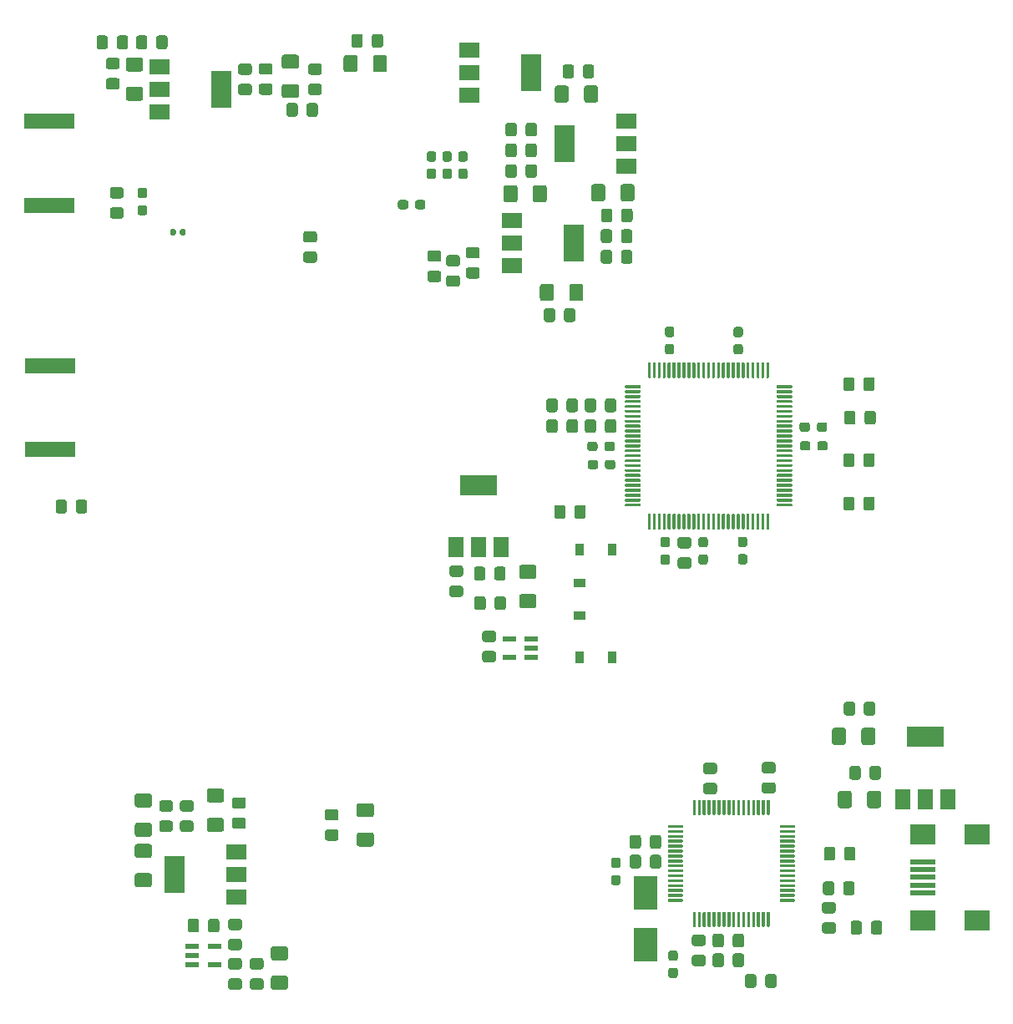
<source format=gbr>
%TF.GenerationSoftware,KiCad,Pcbnew,5.1.6-c6e7f7d~87~ubuntu20.04.1*%
%TF.CreationDate,2020-11-09T11:07:28+00:00*%
%TF.ProjectId,FrequencyCounter,46726571-7565-46e6-9379-436f756e7465,rev?*%
%TF.SameCoordinates,Original*%
%TF.FileFunction,Paste,Bot*%
%TF.FilePolarity,Positive*%
%FSLAX46Y46*%
G04 Gerber Fmt 4.6, Leading zero omitted, Abs format (unit mm)*
G04 Created by KiCad (PCBNEW 5.1.6-c6e7f7d~87~ubuntu20.04.1) date 2020-11-09 11:07:28*
%MOMM*%
%LPD*%
G01*
G04 APERTURE LIST*
%ADD10R,2.000000X3.800000*%
%ADD11R,2.000000X1.500000*%
%ADD12R,1.500000X2.000000*%
%ADD13R,3.800000X2.000000*%
%ADD14R,0.900000X1.200000*%
%ADD15R,1.200000X0.900000*%
%ADD16R,5.080000X1.500000*%
%ADD17R,2.500000X2.000000*%
%ADD18R,2.500000X0.500000*%
%ADD19R,1.473200X0.558800*%
%ADD20R,2.400000X3.500000*%
G04 APERTURE END LIST*
D10*
%TO.C,U28*%
X88250000Y-25850000D03*
D11*
X81950000Y-25850000D03*
X81950000Y-23550000D03*
X81950000Y-28150000D03*
%TD*%
%TO.C,U20*%
G36*
G01*
X102060000Y-109810000D02*
X102060000Y-109660000D01*
G75*
G02*
X102135000Y-109585000I75000J0D01*
G01*
X103535000Y-109585000D01*
G75*
G02*
X103610000Y-109660000I0J-75000D01*
G01*
X103610000Y-109810000D01*
G75*
G02*
X103535000Y-109885000I-75000J0D01*
G01*
X102135000Y-109885000D01*
G75*
G02*
X102060000Y-109810000I0J75000D01*
G01*
G37*
G36*
G01*
X102060000Y-109310000D02*
X102060000Y-109160000D01*
G75*
G02*
X102135000Y-109085000I75000J0D01*
G01*
X103535000Y-109085000D01*
G75*
G02*
X103610000Y-109160000I0J-75000D01*
G01*
X103610000Y-109310000D01*
G75*
G02*
X103535000Y-109385000I-75000J0D01*
G01*
X102135000Y-109385000D01*
G75*
G02*
X102060000Y-109310000I0J75000D01*
G01*
G37*
G36*
G01*
X102060000Y-108810000D02*
X102060000Y-108660000D01*
G75*
G02*
X102135000Y-108585000I75000J0D01*
G01*
X103535000Y-108585000D01*
G75*
G02*
X103610000Y-108660000I0J-75000D01*
G01*
X103610000Y-108810000D01*
G75*
G02*
X103535000Y-108885000I-75000J0D01*
G01*
X102135000Y-108885000D01*
G75*
G02*
X102060000Y-108810000I0J75000D01*
G01*
G37*
G36*
G01*
X102060000Y-108310000D02*
X102060000Y-108160000D01*
G75*
G02*
X102135000Y-108085000I75000J0D01*
G01*
X103535000Y-108085000D01*
G75*
G02*
X103610000Y-108160000I0J-75000D01*
G01*
X103610000Y-108310000D01*
G75*
G02*
X103535000Y-108385000I-75000J0D01*
G01*
X102135000Y-108385000D01*
G75*
G02*
X102060000Y-108310000I0J75000D01*
G01*
G37*
G36*
G01*
X102060000Y-107810000D02*
X102060000Y-107660000D01*
G75*
G02*
X102135000Y-107585000I75000J0D01*
G01*
X103535000Y-107585000D01*
G75*
G02*
X103610000Y-107660000I0J-75000D01*
G01*
X103610000Y-107810000D01*
G75*
G02*
X103535000Y-107885000I-75000J0D01*
G01*
X102135000Y-107885000D01*
G75*
G02*
X102060000Y-107810000I0J75000D01*
G01*
G37*
G36*
G01*
X102060000Y-107310000D02*
X102060000Y-107160000D01*
G75*
G02*
X102135000Y-107085000I75000J0D01*
G01*
X103535000Y-107085000D01*
G75*
G02*
X103610000Y-107160000I0J-75000D01*
G01*
X103610000Y-107310000D01*
G75*
G02*
X103535000Y-107385000I-75000J0D01*
G01*
X102135000Y-107385000D01*
G75*
G02*
X102060000Y-107310000I0J75000D01*
G01*
G37*
G36*
G01*
X102060000Y-106810000D02*
X102060000Y-106660000D01*
G75*
G02*
X102135000Y-106585000I75000J0D01*
G01*
X103535000Y-106585000D01*
G75*
G02*
X103610000Y-106660000I0J-75000D01*
G01*
X103610000Y-106810000D01*
G75*
G02*
X103535000Y-106885000I-75000J0D01*
G01*
X102135000Y-106885000D01*
G75*
G02*
X102060000Y-106810000I0J75000D01*
G01*
G37*
G36*
G01*
X102060000Y-106310000D02*
X102060000Y-106160000D01*
G75*
G02*
X102135000Y-106085000I75000J0D01*
G01*
X103535000Y-106085000D01*
G75*
G02*
X103610000Y-106160000I0J-75000D01*
G01*
X103610000Y-106310000D01*
G75*
G02*
X103535000Y-106385000I-75000J0D01*
G01*
X102135000Y-106385000D01*
G75*
G02*
X102060000Y-106310000I0J75000D01*
G01*
G37*
G36*
G01*
X102060000Y-105810000D02*
X102060000Y-105660000D01*
G75*
G02*
X102135000Y-105585000I75000J0D01*
G01*
X103535000Y-105585000D01*
G75*
G02*
X103610000Y-105660000I0J-75000D01*
G01*
X103610000Y-105810000D01*
G75*
G02*
X103535000Y-105885000I-75000J0D01*
G01*
X102135000Y-105885000D01*
G75*
G02*
X102060000Y-105810000I0J75000D01*
G01*
G37*
G36*
G01*
X102060000Y-105310000D02*
X102060000Y-105160000D01*
G75*
G02*
X102135000Y-105085000I75000J0D01*
G01*
X103535000Y-105085000D01*
G75*
G02*
X103610000Y-105160000I0J-75000D01*
G01*
X103610000Y-105310000D01*
G75*
G02*
X103535000Y-105385000I-75000J0D01*
G01*
X102135000Y-105385000D01*
G75*
G02*
X102060000Y-105310000I0J75000D01*
G01*
G37*
G36*
G01*
X102060000Y-104810000D02*
X102060000Y-104660000D01*
G75*
G02*
X102135000Y-104585000I75000J0D01*
G01*
X103535000Y-104585000D01*
G75*
G02*
X103610000Y-104660000I0J-75000D01*
G01*
X103610000Y-104810000D01*
G75*
G02*
X103535000Y-104885000I-75000J0D01*
G01*
X102135000Y-104885000D01*
G75*
G02*
X102060000Y-104810000I0J75000D01*
G01*
G37*
G36*
G01*
X102060000Y-104310000D02*
X102060000Y-104160000D01*
G75*
G02*
X102135000Y-104085000I75000J0D01*
G01*
X103535000Y-104085000D01*
G75*
G02*
X103610000Y-104160000I0J-75000D01*
G01*
X103610000Y-104310000D01*
G75*
G02*
X103535000Y-104385000I-75000J0D01*
G01*
X102135000Y-104385000D01*
G75*
G02*
X102060000Y-104310000I0J75000D01*
G01*
G37*
G36*
G01*
X102060000Y-103810000D02*
X102060000Y-103660000D01*
G75*
G02*
X102135000Y-103585000I75000J0D01*
G01*
X103535000Y-103585000D01*
G75*
G02*
X103610000Y-103660000I0J-75000D01*
G01*
X103610000Y-103810000D01*
G75*
G02*
X103535000Y-103885000I-75000J0D01*
G01*
X102135000Y-103885000D01*
G75*
G02*
X102060000Y-103810000I0J75000D01*
G01*
G37*
G36*
G01*
X102060000Y-103310000D02*
X102060000Y-103160000D01*
G75*
G02*
X102135000Y-103085000I75000J0D01*
G01*
X103535000Y-103085000D01*
G75*
G02*
X103610000Y-103160000I0J-75000D01*
G01*
X103610000Y-103310000D01*
G75*
G02*
X103535000Y-103385000I-75000J0D01*
G01*
X102135000Y-103385000D01*
G75*
G02*
X102060000Y-103310000I0J75000D01*
G01*
G37*
G36*
G01*
X102060000Y-102810000D02*
X102060000Y-102660000D01*
G75*
G02*
X102135000Y-102585000I75000J0D01*
G01*
X103535000Y-102585000D01*
G75*
G02*
X103610000Y-102660000I0J-75000D01*
G01*
X103610000Y-102810000D01*
G75*
G02*
X103535000Y-102885000I-75000J0D01*
G01*
X102135000Y-102885000D01*
G75*
G02*
X102060000Y-102810000I0J75000D01*
G01*
G37*
G36*
G01*
X102060000Y-102310000D02*
X102060000Y-102160000D01*
G75*
G02*
X102135000Y-102085000I75000J0D01*
G01*
X103535000Y-102085000D01*
G75*
G02*
X103610000Y-102160000I0J-75000D01*
G01*
X103610000Y-102310000D01*
G75*
G02*
X103535000Y-102385000I-75000J0D01*
G01*
X102135000Y-102385000D01*
G75*
G02*
X102060000Y-102310000I0J75000D01*
G01*
G37*
G36*
G01*
X104610000Y-101010000D02*
X104610000Y-99610000D01*
G75*
G02*
X104685000Y-99535000I75000J0D01*
G01*
X104835000Y-99535000D01*
G75*
G02*
X104910000Y-99610000I0J-75000D01*
G01*
X104910000Y-101010000D01*
G75*
G02*
X104835000Y-101085000I-75000J0D01*
G01*
X104685000Y-101085000D01*
G75*
G02*
X104610000Y-101010000I0J75000D01*
G01*
G37*
G36*
G01*
X105110000Y-101010000D02*
X105110000Y-99610000D01*
G75*
G02*
X105185000Y-99535000I75000J0D01*
G01*
X105335000Y-99535000D01*
G75*
G02*
X105410000Y-99610000I0J-75000D01*
G01*
X105410000Y-101010000D01*
G75*
G02*
X105335000Y-101085000I-75000J0D01*
G01*
X105185000Y-101085000D01*
G75*
G02*
X105110000Y-101010000I0J75000D01*
G01*
G37*
G36*
G01*
X105610000Y-101010000D02*
X105610000Y-99610000D01*
G75*
G02*
X105685000Y-99535000I75000J0D01*
G01*
X105835000Y-99535000D01*
G75*
G02*
X105910000Y-99610000I0J-75000D01*
G01*
X105910000Y-101010000D01*
G75*
G02*
X105835000Y-101085000I-75000J0D01*
G01*
X105685000Y-101085000D01*
G75*
G02*
X105610000Y-101010000I0J75000D01*
G01*
G37*
G36*
G01*
X106110000Y-101010000D02*
X106110000Y-99610000D01*
G75*
G02*
X106185000Y-99535000I75000J0D01*
G01*
X106335000Y-99535000D01*
G75*
G02*
X106410000Y-99610000I0J-75000D01*
G01*
X106410000Y-101010000D01*
G75*
G02*
X106335000Y-101085000I-75000J0D01*
G01*
X106185000Y-101085000D01*
G75*
G02*
X106110000Y-101010000I0J75000D01*
G01*
G37*
G36*
G01*
X106610000Y-101010000D02*
X106610000Y-99610000D01*
G75*
G02*
X106685000Y-99535000I75000J0D01*
G01*
X106835000Y-99535000D01*
G75*
G02*
X106910000Y-99610000I0J-75000D01*
G01*
X106910000Y-101010000D01*
G75*
G02*
X106835000Y-101085000I-75000J0D01*
G01*
X106685000Y-101085000D01*
G75*
G02*
X106610000Y-101010000I0J75000D01*
G01*
G37*
G36*
G01*
X107110000Y-101010000D02*
X107110000Y-99610000D01*
G75*
G02*
X107185000Y-99535000I75000J0D01*
G01*
X107335000Y-99535000D01*
G75*
G02*
X107410000Y-99610000I0J-75000D01*
G01*
X107410000Y-101010000D01*
G75*
G02*
X107335000Y-101085000I-75000J0D01*
G01*
X107185000Y-101085000D01*
G75*
G02*
X107110000Y-101010000I0J75000D01*
G01*
G37*
G36*
G01*
X107610000Y-101010000D02*
X107610000Y-99610000D01*
G75*
G02*
X107685000Y-99535000I75000J0D01*
G01*
X107835000Y-99535000D01*
G75*
G02*
X107910000Y-99610000I0J-75000D01*
G01*
X107910000Y-101010000D01*
G75*
G02*
X107835000Y-101085000I-75000J0D01*
G01*
X107685000Y-101085000D01*
G75*
G02*
X107610000Y-101010000I0J75000D01*
G01*
G37*
G36*
G01*
X108110000Y-101010000D02*
X108110000Y-99610000D01*
G75*
G02*
X108185000Y-99535000I75000J0D01*
G01*
X108335000Y-99535000D01*
G75*
G02*
X108410000Y-99610000I0J-75000D01*
G01*
X108410000Y-101010000D01*
G75*
G02*
X108335000Y-101085000I-75000J0D01*
G01*
X108185000Y-101085000D01*
G75*
G02*
X108110000Y-101010000I0J75000D01*
G01*
G37*
G36*
G01*
X108610000Y-101010000D02*
X108610000Y-99610000D01*
G75*
G02*
X108685000Y-99535000I75000J0D01*
G01*
X108835000Y-99535000D01*
G75*
G02*
X108910000Y-99610000I0J-75000D01*
G01*
X108910000Y-101010000D01*
G75*
G02*
X108835000Y-101085000I-75000J0D01*
G01*
X108685000Y-101085000D01*
G75*
G02*
X108610000Y-101010000I0J75000D01*
G01*
G37*
G36*
G01*
X109110000Y-101010000D02*
X109110000Y-99610000D01*
G75*
G02*
X109185000Y-99535000I75000J0D01*
G01*
X109335000Y-99535000D01*
G75*
G02*
X109410000Y-99610000I0J-75000D01*
G01*
X109410000Y-101010000D01*
G75*
G02*
X109335000Y-101085000I-75000J0D01*
G01*
X109185000Y-101085000D01*
G75*
G02*
X109110000Y-101010000I0J75000D01*
G01*
G37*
G36*
G01*
X109610000Y-101010000D02*
X109610000Y-99610000D01*
G75*
G02*
X109685000Y-99535000I75000J0D01*
G01*
X109835000Y-99535000D01*
G75*
G02*
X109910000Y-99610000I0J-75000D01*
G01*
X109910000Y-101010000D01*
G75*
G02*
X109835000Y-101085000I-75000J0D01*
G01*
X109685000Y-101085000D01*
G75*
G02*
X109610000Y-101010000I0J75000D01*
G01*
G37*
G36*
G01*
X110110000Y-101010000D02*
X110110000Y-99610000D01*
G75*
G02*
X110185000Y-99535000I75000J0D01*
G01*
X110335000Y-99535000D01*
G75*
G02*
X110410000Y-99610000I0J-75000D01*
G01*
X110410000Y-101010000D01*
G75*
G02*
X110335000Y-101085000I-75000J0D01*
G01*
X110185000Y-101085000D01*
G75*
G02*
X110110000Y-101010000I0J75000D01*
G01*
G37*
G36*
G01*
X110610000Y-101010000D02*
X110610000Y-99610000D01*
G75*
G02*
X110685000Y-99535000I75000J0D01*
G01*
X110835000Y-99535000D01*
G75*
G02*
X110910000Y-99610000I0J-75000D01*
G01*
X110910000Y-101010000D01*
G75*
G02*
X110835000Y-101085000I-75000J0D01*
G01*
X110685000Y-101085000D01*
G75*
G02*
X110610000Y-101010000I0J75000D01*
G01*
G37*
G36*
G01*
X111110000Y-101010000D02*
X111110000Y-99610000D01*
G75*
G02*
X111185000Y-99535000I75000J0D01*
G01*
X111335000Y-99535000D01*
G75*
G02*
X111410000Y-99610000I0J-75000D01*
G01*
X111410000Y-101010000D01*
G75*
G02*
X111335000Y-101085000I-75000J0D01*
G01*
X111185000Y-101085000D01*
G75*
G02*
X111110000Y-101010000I0J75000D01*
G01*
G37*
G36*
G01*
X111610000Y-101010000D02*
X111610000Y-99610000D01*
G75*
G02*
X111685000Y-99535000I75000J0D01*
G01*
X111835000Y-99535000D01*
G75*
G02*
X111910000Y-99610000I0J-75000D01*
G01*
X111910000Y-101010000D01*
G75*
G02*
X111835000Y-101085000I-75000J0D01*
G01*
X111685000Y-101085000D01*
G75*
G02*
X111610000Y-101010000I0J75000D01*
G01*
G37*
G36*
G01*
X112110000Y-101010000D02*
X112110000Y-99610000D01*
G75*
G02*
X112185000Y-99535000I75000J0D01*
G01*
X112335000Y-99535000D01*
G75*
G02*
X112410000Y-99610000I0J-75000D01*
G01*
X112410000Y-101010000D01*
G75*
G02*
X112335000Y-101085000I-75000J0D01*
G01*
X112185000Y-101085000D01*
G75*
G02*
X112110000Y-101010000I0J75000D01*
G01*
G37*
G36*
G01*
X113410000Y-102310000D02*
X113410000Y-102160000D01*
G75*
G02*
X113485000Y-102085000I75000J0D01*
G01*
X114885000Y-102085000D01*
G75*
G02*
X114960000Y-102160000I0J-75000D01*
G01*
X114960000Y-102310000D01*
G75*
G02*
X114885000Y-102385000I-75000J0D01*
G01*
X113485000Y-102385000D01*
G75*
G02*
X113410000Y-102310000I0J75000D01*
G01*
G37*
G36*
G01*
X113410000Y-102810000D02*
X113410000Y-102660000D01*
G75*
G02*
X113485000Y-102585000I75000J0D01*
G01*
X114885000Y-102585000D01*
G75*
G02*
X114960000Y-102660000I0J-75000D01*
G01*
X114960000Y-102810000D01*
G75*
G02*
X114885000Y-102885000I-75000J0D01*
G01*
X113485000Y-102885000D01*
G75*
G02*
X113410000Y-102810000I0J75000D01*
G01*
G37*
G36*
G01*
X113410000Y-103310000D02*
X113410000Y-103160000D01*
G75*
G02*
X113485000Y-103085000I75000J0D01*
G01*
X114885000Y-103085000D01*
G75*
G02*
X114960000Y-103160000I0J-75000D01*
G01*
X114960000Y-103310000D01*
G75*
G02*
X114885000Y-103385000I-75000J0D01*
G01*
X113485000Y-103385000D01*
G75*
G02*
X113410000Y-103310000I0J75000D01*
G01*
G37*
G36*
G01*
X113410000Y-103810000D02*
X113410000Y-103660000D01*
G75*
G02*
X113485000Y-103585000I75000J0D01*
G01*
X114885000Y-103585000D01*
G75*
G02*
X114960000Y-103660000I0J-75000D01*
G01*
X114960000Y-103810000D01*
G75*
G02*
X114885000Y-103885000I-75000J0D01*
G01*
X113485000Y-103885000D01*
G75*
G02*
X113410000Y-103810000I0J75000D01*
G01*
G37*
G36*
G01*
X113410000Y-104310000D02*
X113410000Y-104160000D01*
G75*
G02*
X113485000Y-104085000I75000J0D01*
G01*
X114885000Y-104085000D01*
G75*
G02*
X114960000Y-104160000I0J-75000D01*
G01*
X114960000Y-104310000D01*
G75*
G02*
X114885000Y-104385000I-75000J0D01*
G01*
X113485000Y-104385000D01*
G75*
G02*
X113410000Y-104310000I0J75000D01*
G01*
G37*
G36*
G01*
X113410000Y-104810000D02*
X113410000Y-104660000D01*
G75*
G02*
X113485000Y-104585000I75000J0D01*
G01*
X114885000Y-104585000D01*
G75*
G02*
X114960000Y-104660000I0J-75000D01*
G01*
X114960000Y-104810000D01*
G75*
G02*
X114885000Y-104885000I-75000J0D01*
G01*
X113485000Y-104885000D01*
G75*
G02*
X113410000Y-104810000I0J75000D01*
G01*
G37*
G36*
G01*
X113410000Y-105310000D02*
X113410000Y-105160000D01*
G75*
G02*
X113485000Y-105085000I75000J0D01*
G01*
X114885000Y-105085000D01*
G75*
G02*
X114960000Y-105160000I0J-75000D01*
G01*
X114960000Y-105310000D01*
G75*
G02*
X114885000Y-105385000I-75000J0D01*
G01*
X113485000Y-105385000D01*
G75*
G02*
X113410000Y-105310000I0J75000D01*
G01*
G37*
G36*
G01*
X113410000Y-105810000D02*
X113410000Y-105660000D01*
G75*
G02*
X113485000Y-105585000I75000J0D01*
G01*
X114885000Y-105585000D01*
G75*
G02*
X114960000Y-105660000I0J-75000D01*
G01*
X114960000Y-105810000D01*
G75*
G02*
X114885000Y-105885000I-75000J0D01*
G01*
X113485000Y-105885000D01*
G75*
G02*
X113410000Y-105810000I0J75000D01*
G01*
G37*
G36*
G01*
X113410000Y-106310000D02*
X113410000Y-106160000D01*
G75*
G02*
X113485000Y-106085000I75000J0D01*
G01*
X114885000Y-106085000D01*
G75*
G02*
X114960000Y-106160000I0J-75000D01*
G01*
X114960000Y-106310000D01*
G75*
G02*
X114885000Y-106385000I-75000J0D01*
G01*
X113485000Y-106385000D01*
G75*
G02*
X113410000Y-106310000I0J75000D01*
G01*
G37*
G36*
G01*
X113410000Y-106810000D02*
X113410000Y-106660000D01*
G75*
G02*
X113485000Y-106585000I75000J0D01*
G01*
X114885000Y-106585000D01*
G75*
G02*
X114960000Y-106660000I0J-75000D01*
G01*
X114960000Y-106810000D01*
G75*
G02*
X114885000Y-106885000I-75000J0D01*
G01*
X113485000Y-106885000D01*
G75*
G02*
X113410000Y-106810000I0J75000D01*
G01*
G37*
G36*
G01*
X113410000Y-107310000D02*
X113410000Y-107160000D01*
G75*
G02*
X113485000Y-107085000I75000J0D01*
G01*
X114885000Y-107085000D01*
G75*
G02*
X114960000Y-107160000I0J-75000D01*
G01*
X114960000Y-107310000D01*
G75*
G02*
X114885000Y-107385000I-75000J0D01*
G01*
X113485000Y-107385000D01*
G75*
G02*
X113410000Y-107310000I0J75000D01*
G01*
G37*
G36*
G01*
X113410000Y-107810000D02*
X113410000Y-107660000D01*
G75*
G02*
X113485000Y-107585000I75000J0D01*
G01*
X114885000Y-107585000D01*
G75*
G02*
X114960000Y-107660000I0J-75000D01*
G01*
X114960000Y-107810000D01*
G75*
G02*
X114885000Y-107885000I-75000J0D01*
G01*
X113485000Y-107885000D01*
G75*
G02*
X113410000Y-107810000I0J75000D01*
G01*
G37*
G36*
G01*
X113410000Y-108310000D02*
X113410000Y-108160000D01*
G75*
G02*
X113485000Y-108085000I75000J0D01*
G01*
X114885000Y-108085000D01*
G75*
G02*
X114960000Y-108160000I0J-75000D01*
G01*
X114960000Y-108310000D01*
G75*
G02*
X114885000Y-108385000I-75000J0D01*
G01*
X113485000Y-108385000D01*
G75*
G02*
X113410000Y-108310000I0J75000D01*
G01*
G37*
G36*
G01*
X113410000Y-108810000D02*
X113410000Y-108660000D01*
G75*
G02*
X113485000Y-108585000I75000J0D01*
G01*
X114885000Y-108585000D01*
G75*
G02*
X114960000Y-108660000I0J-75000D01*
G01*
X114960000Y-108810000D01*
G75*
G02*
X114885000Y-108885000I-75000J0D01*
G01*
X113485000Y-108885000D01*
G75*
G02*
X113410000Y-108810000I0J75000D01*
G01*
G37*
G36*
G01*
X113410000Y-109310000D02*
X113410000Y-109160000D01*
G75*
G02*
X113485000Y-109085000I75000J0D01*
G01*
X114885000Y-109085000D01*
G75*
G02*
X114960000Y-109160000I0J-75000D01*
G01*
X114960000Y-109310000D01*
G75*
G02*
X114885000Y-109385000I-75000J0D01*
G01*
X113485000Y-109385000D01*
G75*
G02*
X113410000Y-109310000I0J75000D01*
G01*
G37*
G36*
G01*
X113410000Y-109810000D02*
X113410000Y-109660000D01*
G75*
G02*
X113485000Y-109585000I75000J0D01*
G01*
X114885000Y-109585000D01*
G75*
G02*
X114960000Y-109660000I0J-75000D01*
G01*
X114960000Y-109810000D01*
G75*
G02*
X114885000Y-109885000I-75000J0D01*
G01*
X113485000Y-109885000D01*
G75*
G02*
X113410000Y-109810000I0J75000D01*
G01*
G37*
G36*
G01*
X112110000Y-112360000D02*
X112110000Y-110960000D01*
G75*
G02*
X112185000Y-110885000I75000J0D01*
G01*
X112335000Y-110885000D01*
G75*
G02*
X112410000Y-110960000I0J-75000D01*
G01*
X112410000Y-112360000D01*
G75*
G02*
X112335000Y-112435000I-75000J0D01*
G01*
X112185000Y-112435000D01*
G75*
G02*
X112110000Y-112360000I0J75000D01*
G01*
G37*
G36*
G01*
X111610000Y-112360000D02*
X111610000Y-110960000D01*
G75*
G02*
X111685000Y-110885000I75000J0D01*
G01*
X111835000Y-110885000D01*
G75*
G02*
X111910000Y-110960000I0J-75000D01*
G01*
X111910000Y-112360000D01*
G75*
G02*
X111835000Y-112435000I-75000J0D01*
G01*
X111685000Y-112435000D01*
G75*
G02*
X111610000Y-112360000I0J75000D01*
G01*
G37*
G36*
G01*
X111110000Y-112360000D02*
X111110000Y-110960000D01*
G75*
G02*
X111185000Y-110885000I75000J0D01*
G01*
X111335000Y-110885000D01*
G75*
G02*
X111410000Y-110960000I0J-75000D01*
G01*
X111410000Y-112360000D01*
G75*
G02*
X111335000Y-112435000I-75000J0D01*
G01*
X111185000Y-112435000D01*
G75*
G02*
X111110000Y-112360000I0J75000D01*
G01*
G37*
G36*
G01*
X110610000Y-112360000D02*
X110610000Y-110960000D01*
G75*
G02*
X110685000Y-110885000I75000J0D01*
G01*
X110835000Y-110885000D01*
G75*
G02*
X110910000Y-110960000I0J-75000D01*
G01*
X110910000Y-112360000D01*
G75*
G02*
X110835000Y-112435000I-75000J0D01*
G01*
X110685000Y-112435000D01*
G75*
G02*
X110610000Y-112360000I0J75000D01*
G01*
G37*
G36*
G01*
X110110000Y-112360000D02*
X110110000Y-110960000D01*
G75*
G02*
X110185000Y-110885000I75000J0D01*
G01*
X110335000Y-110885000D01*
G75*
G02*
X110410000Y-110960000I0J-75000D01*
G01*
X110410000Y-112360000D01*
G75*
G02*
X110335000Y-112435000I-75000J0D01*
G01*
X110185000Y-112435000D01*
G75*
G02*
X110110000Y-112360000I0J75000D01*
G01*
G37*
G36*
G01*
X109610000Y-112360000D02*
X109610000Y-110960000D01*
G75*
G02*
X109685000Y-110885000I75000J0D01*
G01*
X109835000Y-110885000D01*
G75*
G02*
X109910000Y-110960000I0J-75000D01*
G01*
X109910000Y-112360000D01*
G75*
G02*
X109835000Y-112435000I-75000J0D01*
G01*
X109685000Y-112435000D01*
G75*
G02*
X109610000Y-112360000I0J75000D01*
G01*
G37*
G36*
G01*
X109110000Y-112360000D02*
X109110000Y-110960000D01*
G75*
G02*
X109185000Y-110885000I75000J0D01*
G01*
X109335000Y-110885000D01*
G75*
G02*
X109410000Y-110960000I0J-75000D01*
G01*
X109410000Y-112360000D01*
G75*
G02*
X109335000Y-112435000I-75000J0D01*
G01*
X109185000Y-112435000D01*
G75*
G02*
X109110000Y-112360000I0J75000D01*
G01*
G37*
G36*
G01*
X108610000Y-112360000D02*
X108610000Y-110960000D01*
G75*
G02*
X108685000Y-110885000I75000J0D01*
G01*
X108835000Y-110885000D01*
G75*
G02*
X108910000Y-110960000I0J-75000D01*
G01*
X108910000Y-112360000D01*
G75*
G02*
X108835000Y-112435000I-75000J0D01*
G01*
X108685000Y-112435000D01*
G75*
G02*
X108610000Y-112360000I0J75000D01*
G01*
G37*
G36*
G01*
X108110000Y-112360000D02*
X108110000Y-110960000D01*
G75*
G02*
X108185000Y-110885000I75000J0D01*
G01*
X108335000Y-110885000D01*
G75*
G02*
X108410000Y-110960000I0J-75000D01*
G01*
X108410000Y-112360000D01*
G75*
G02*
X108335000Y-112435000I-75000J0D01*
G01*
X108185000Y-112435000D01*
G75*
G02*
X108110000Y-112360000I0J75000D01*
G01*
G37*
G36*
G01*
X107610000Y-112360000D02*
X107610000Y-110960000D01*
G75*
G02*
X107685000Y-110885000I75000J0D01*
G01*
X107835000Y-110885000D01*
G75*
G02*
X107910000Y-110960000I0J-75000D01*
G01*
X107910000Y-112360000D01*
G75*
G02*
X107835000Y-112435000I-75000J0D01*
G01*
X107685000Y-112435000D01*
G75*
G02*
X107610000Y-112360000I0J75000D01*
G01*
G37*
G36*
G01*
X107110000Y-112360000D02*
X107110000Y-110960000D01*
G75*
G02*
X107185000Y-110885000I75000J0D01*
G01*
X107335000Y-110885000D01*
G75*
G02*
X107410000Y-110960000I0J-75000D01*
G01*
X107410000Y-112360000D01*
G75*
G02*
X107335000Y-112435000I-75000J0D01*
G01*
X107185000Y-112435000D01*
G75*
G02*
X107110000Y-112360000I0J75000D01*
G01*
G37*
G36*
G01*
X106610000Y-112360000D02*
X106610000Y-110960000D01*
G75*
G02*
X106685000Y-110885000I75000J0D01*
G01*
X106835000Y-110885000D01*
G75*
G02*
X106910000Y-110960000I0J-75000D01*
G01*
X106910000Y-112360000D01*
G75*
G02*
X106835000Y-112435000I-75000J0D01*
G01*
X106685000Y-112435000D01*
G75*
G02*
X106610000Y-112360000I0J75000D01*
G01*
G37*
G36*
G01*
X106110000Y-112360000D02*
X106110000Y-110960000D01*
G75*
G02*
X106185000Y-110885000I75000J0D01*
G01*
X106335000Y-110885000D01*
G75*
G02*
X106410000Y-110960000I0J-75000D01*
G01*
X106410000Y-112360000D01*
G75*
G02*
X106335000Y-112435000I-75000J0D01*
G01*
X106185000Y-112435000D01*
G75*
G02*
X106110000Y-112360000I0J75000D01*
G01*
G37*
G36*
G01*
X105610000Y-112360000D02*
X105610000Y-110960000D01*
G75*
G02*
X105685000Y-110885000I75000J0D01*
G01*
X105835000Y-110885000D01*
G75*
G02*
X105910000Y-110960000I0J-75000D01*
G01*
X105910000Y-112360000D01*
G75*
G02*
X105835000Y-112435000I-75000J0D01*
G01*
X105685000Y-112435000D01*
G75*
G02*
X105610000Y-112360000I0J75000D01*
G01*
G37*
G36*
G01*
X105110000Y-112360000D02*
X105110000Y-110960000D01*
G75*
G02*
X105185000Y-110885000I75000J0D01*
G01*
X105335000Y-110885000D01*
G75*
G02*
X105410000Y-110960000I0J-75000D01*
G01*
X105410000Y-112360000D01*
G75*
G02*
X105335000Y-112435000I-75000J0D01*
G01*
X105185000Y-112435000D01*
G75*
G02*
X105110000Y-112360000I0J75000D01*
G01*
G37*
G36*
G01*
X104610000Y-112360000D02*
X104610000Y-110960000D01*
G75*
G02*
X104685000Y-110885000I75000J0D01*
G01*
X104835000Y-110885000D01*
G75*
G02*
X104910000Y-110960000I0J-75000D01*
G01*
X104910000Y-112360000D01*
G75*
G02*
X104835000Y-112435000I-75000J0D01*
G01*
X104685000Y-112435000D01*
G75*
G02*
X104610000Y-112360000I0J75000D01*
G01*
G37*
%TD*%
%TO.C,C80*%
G36*
G01*
X47375000Y-27262500D02*
X48625000Y-27262500D01*
G75*
G02*
X48875000Y-27512500I0J-250000D01*
G01*
X48875000Y-28437500D01*
G75*
G02*
X48625000Y-28687500I-250000J0D01*
G01*
X47375000Y-28687500D01*
G75*
G02*
X47125000Y-28437500I0J250000D01*
G01*
X47125000Y-27512500D01*
G75*
G02*
X47375000Y-27262500I250000J0D01*
G01*
G37*
G36*
G01*
X47375000Y-24287500D02*
X48625000Y-24287500D01*
G75*
G02*
X48875000Y-24537500I0J-250000D01*
G01*
X48875000Y-25462500D01*
G75*
G02*
X48625000Y-25712500I-250000J0D01*
G01*
X47375000Y-25712500D01*
G75*
G02*
X47125000Y-25462500I0J250000D01*
G01*
X47125000Y-24537500D01*
G75*
G02*
X47375000Y-24287500I250000J0D01*
G01*
G37*
%TD*%
D12*
%TO.C,U21*%
X130500000Y-99450000D03*
X125900000Y-99450000D03*
X128200000Y-99450000D03*
D13*
X128200000Y-93150000D03*
%TD*%
%TO.C,C58*%
G36*
G01*
X105412500Y-74650000D02*
X105887500Y-74650000D01*
G75*
G02*
X106125000Y-74887500I0J-237500D01*
G01*
X106125000Y-75462500D01*
G75*
G02*
X105887500Y-75700000I-237500J0D01*
G01*
X105412500Y-75700000D01*
G75*
G02*
X105175000Y-75462500I0J237500D01*
G01*
X105175000Y-74887500D01*
G75*
G02*
X105412500Y-74650000I237500J0D01*
G01*
G37*
G36*
G01*
X105412500Y-72900000D02*
X105887500Y-72900000D01*
G75*
G02*
X106125000Y-73137500I0J-237500D01*
G01*
X106125000Y-73712500D01*
G75*
G02*
X105887500Y-73950000I-237500J0D01*
G01*
X105412500Y-73950000D01*
G75*
G02*
X105175000Y-73712500I0J237500D01*
G01*
X105175000Y-73137500D01*
G75*
G02*
X105412500Y-72900000I237500J0D01*
G01*
G37*
%TD*%
%TO.C,C57*%
G36*
G01*
X102487500Y-52625000D02*
X102012500Y-52625000D01*
G75*
G02*
X101775000Y-52387500I0J237500D01*
G01*
X101775000Y-51812500D01*
G75*
G02*
X102012500Y-51575000I237500J0D01*
G01*
X102487500Y-51575000D01*
G75*
G02*
X102725000Y-51812500I0J-237500D01*
G01*
X102725000Y-52387500D01*
G75*
G02*
X102487500Y-52625000I-237500J0D01*
G01*
G37*
G36*
G01*
X102487500Y-54375000D02*
X102012500Y-54375000D01*
G75*
G02*
X101775000Y-54137500I0J237500D01*
G01*
X101775000Y-53562500D01*
G75*
G02*
X102012500Y-53325000I237500J0D01*
G01*
X102487500Y-53325000D01*
G75*
G02*
X102725000Y-53562500I0J-237500D01*
G01*
X102725000Y-54137500D01*
G75*
G02*
X102487500Y-54375000I-237500J0D01*
G01*
G37*
%TD*%
%TO.C,C56*%
G36*
G01*
X95000000Y-65312500D02*
X95000000Y-65787500D01*
G75*
G02*
X94762500Y-66025000I-237500J0D01*
G01*
X94187500Y-66025000D01*
G75*
G02*
X93950000Y-65787500I0J237500D01*
G01*
X93950000Y-65312500D01*
G75*
G02*
X94187500Y-65075000I237500J0D01*
G01*
X94762500Y-65075000D01*
G75*
G02*
X95000000Y-65312500I0J-237500D01*
G01*
G37*
G36*
G01*
X96750000Y-65312500D02*
X96750000Y-65787500D01*
G75*
G02*
X96512500Y-66025000I-237500J0D01*
G01*
X95937500Y-66025000D01*
G75*
G02*
X95700000Y-65787500I0J237500D01*
G01*
X95700000Y-65312500D01*
G75*
G02*
X95937500Y-65075000I237500J0D01*
G01*
X96512500Y-65075000D01*
G75*
G02*
X96750000Y-65312500I0J-237500D01*
G01*
G37*
%TD*%
%TO.C,C55*%
G36*
G01*
X101562500Y-74650000D02*
X102037500Y-74650000D01*
G75*
G02*
X102275000Y-74887500I0J-237500D01*
G01*
X102275000Y-75462500D01*
G75*
G02*
X102037500Y-75700000I-237500J0D01*
G01*
X101562500Y-75700000D01*
G75*
G02*
X101325000Y-75462500I0J237500D01*
G01*
X101325000Y-74887500D01*
G75*
G02*
X101562500Y-74650000I237500J0D01*
G01*
G37*
G36*
G01*
X101562500Y-72900000D02*
X102037500Y-72900000D01*
G75*
G02*
X102275000Y-73137500I0J-237500D01*
G01*
X102275000Y-73712500D01*
G75*
G02*
X102037500Y-73950000I-237500J0D01*
G01*
X101562500Y-73950000D01*
G75*
G02*
X101325000Y-73712500I0J237500D01*
G01*
X101325000Y-73137500D01*
G75*
G02*
X101562500Y-72900000I237500J0D01*
G01*
G37*
%TD*%
%TO.C,C54*%
G36*
G01*
X109412500Y-74625000D02*
X109887500Y-74625000D01*
G75*
G02*
X110125000Y-74862500I0J-237500D01*
G01*
X110125000Y-75437500D01*
G75*
G02*
X109887500Y-75675000I-237500J0D01*
G01*
X109412500Y-75675000D01*
G75*
G02*
X109175000Y-75437500I0J237500D01*
G01*
X109175000Y-74862500D01*
G75*
G02*
X109412500Y-74625000I237500J0D01*
G01*
G37*
G36*
G01*
X109412500Y-72875000D02*
X109887500Y-72875000D01*
G75*
G02*
X110125000Y-73112500I0J-237500D01*
G01*
X110125000Y-73687500D01*
G75*
G02*
X109887500Y-73925000I-237500J0D01*
G01*
X109412500Y-73925000D01*
G75*
G02*
X109175000Y-73687500I0J237500D01*
G01*
X109175000Y-73112500D01*
G75*
G02*
X109412500Y-72875000I237500J0D01*
G01*
G37*
%TD*%
%TO.C,C53*%
G36*
G01*
X109437500Y-52650000D02*
X108962500Y-52650000D01*
G75*
G02*
X108725000Y-52412500I0J237500D01*
G01*
X108725000Y-51837500D01*
G75*
G02*
X108962500Y-51600000I237500J0D01*
G01*
X109437500Y-51600000D01*
G75*
G02*
X109675000Y-51837500I0J-237500D01*
G01*
X109675000Y-52412500D01*
G75*
G02*
X109437500Y-52650000I-237500J0D01*
G01*
G37*
G36*
G01*
X109437500Y-54400000D02*
X108962500Y-54400000D01*
G75*
G02*
X108725000Y-54162500I0J237500D01*
G01*
X108725000Y-53587500D01*
G75*
G02*
X108962500Y-53350000I237500J0D01*
G01*
X109437500Y-53350000D01*
G75*
G02*
X109675000Y-53587500I0J-237500D01*
G01*
X109675000Y-54162500D01*
G75*
G02*
X109437500Y-54400000I-237500J0D01*
G01*
G37*
%TD*%
%TO.C,C52*%
G36*
G01*
X117225000Y-63887500D02*
X117225000Y-63412500D01*
G75*
G02*
X117462500Y-63175000I237500J0D01*
G01*
X118037500Y-63175000D01*
G75*
G02*
X118275000Y-63412500I0J-237500D01*
G01*
X118275000Y-63887500D01*
G75*
G02*
X118037500Y-64125000I-237500J0D01*
G01*
X117462500Y-64125000D01*
G75*
G02*
X117225000Y-63887500I0J237500D01*
G01*
G37*
G36*
G01*
X115475000Y-63887500D02*
X115475000Y-63412500D01*
G75*
G02*
X115712500Y-63175000I237500J0D01*
G01*
X116287500Y-63175000D01*
G75*
G02*
X116525000Y-63412500I0J-237500D01*
G01*
X116525000Y-63887500D01*
G75*
G02*
X116287500Y-64125000I-237500J0D01*
G01*
X115712500Y-64125000D01*
G75*
G02*
X115475000Y-63887500I0J237500D01*
G01*
G37*
%TD*%
%TO.C,C51*%
G36*
G01*
X94945000Y-63472500D02*
X94945000Y-63947500D01*
G75*
G02*
X94707500Y-64185000I-237500J0D01*
G01*
X94132500Y-64185000D01*
G75*
G02*
X93895000Y-63947500I0J237500D01*
G01*
X93895000Y-63472500D01*
G75*
G02*
X94132500Y-63235000I237500J0D01*
G01*
X94707500Y-63235000D01*
G75*
G02*
X94945000Y-63472500I0J-237500D01*
G01*
G37*
G36*
G01*
X96695000Y-63472500D02*
X96695000Y-63947500D01*
G75*
G02*
X96457500Y-64185000I-237500J0D01*
G01*
X95882500Y-64185000D01*
G75*
G02*
X95645000Y-63947500I0J237500D01*
G01*
X95645000Y-63472500D01*
G75*
G02*
X95882500Y-63235000I237500J0D01*
G01*
X96457500Y-63235000D01*
G75*
G02*
X96695000Y-63472500I0J-237500D01*
G01*
G37*
%TD*%
%TO.C,C50*%
G36*
G01*
X117175000Y-61987500D02*
X117175000Y-61512500D01*
G75*
G02*
X117412500Y-61275000I237500J0D01*
G01*
X117987500Y-61275000D01*
G75*
G02*
X118225000Y-61512500I0J-237500D01*
G01*
X118225000Y-61987500D01*
G75*
G02*
X117987500Y-62225000I-237500J0D01*
G01*
X117412500Y-62225000D01*
G75*
G02*
X117175000Y-61987500I0J237500D01*
G01*
G37*
G36*
G01*
X115425000Y-61987500D02*
X115425000Y-61512500D01*
G75*
G02*
X115662500Y-61275000I237500J0D01*
G01*
X116237500Y-61275000D01*
G75*
G02*
X116475000Y-61512500I0J-237500D01*
G01*
X116475000Y-61987500D01*
G75*
G02*
X116237500Y-62225000I-237500J0D01*
G01*
X115662500Y-62225000D01*
G75*
G02*
X115425000Y-61987500I0J237500D01*
G01*
G37*
%TD*%
%TO.C,C34*%
G36*
G01*
X75750000Y-38962500D02*
X75750000Y-39437500D01*
G75*
G02*
X75512500Y-39675000I-237500J0D01*
G01*
X74937500Y-39675000D01*
G75*
G02*
X74700000Y-39437500I0J237500D01*
G01*
X74700000Y-38962500D01*
G75*
G02*
X74937500Y-38725000I237500J0D01*
G01*
X75512500Y-38725000D01*
G75*
G02*
X75750000Y-38962500I0J-237500D01*
G01*
G37*
G36*
G01*
X77500000Y-38962500D02*
X77500000Y-39437500D01*
G75*
G02*
X77262500Y-39675000I-237500J0D01*
G01*
X76687500Y-39675000D01*
G75*
G02*
X76450000Y-39437500I0J237500D01*
G01*
X76450000Y-38962500D01*
G75*
G02*
X76687500Y-38725000I237500J0D01*
G01*
X77262500Y-38725000D01*
G75*
G02*
X77500000Y-38962500I0J-237500D01*
G01*
G37*
%TD*%
%TO.C,C12*%
G36*
G01*
X79937500Y-34850000D02*
X79462500Y-34850000D01*
G75*
G02*
X79225000Y-34612500I0J237500D01*
G01*
X79225000Y-34037500D01*
G75*
G02*
X79462500Y-33800000I237500J0D01*
G01*
X79937500Y-33800000D01*
G75*
G02*
X80175000Y-34037500I0J-237500D01*
G01*
X80175000Y-34612500D01*
G75*
G02*
X79937500Y-34850000I-237500J0D01*
G01*
G37*
G36*
G01*
X79937500Y-36600000D02*
X79462500Y-36600000D01*
G75*
G02*
X79225000Y-36362500I0J237500D01*
G01*
X79225000Y-35787500D01*
G75*
G02*
X79462500Y-35550000I237500J0D01*
G01*
X79937500Y-35550000D01*
G75*
G02*
X80175000Y-35787500I0J-237500D01*
G01*
X80175000Y-36362500D01*
G75*
G02*
X79937500Y-36600000I-237500J0D01*
G01*
G37*
%TD*%
%TO.C,C6*%
G36*
G01*
X48562500Y-39250000D02*
X49037500Y-39250000D01*
G75*
G02*
X49275000Y-39487500I0J-237500D01*
G01*
X49275000Y-40062500D01*
G75*
G02*
X49037500Y-40300000I-237500J0D01*
G01*
X48562500Y-40300000D01*
G75*
G02*
X48325000Y-40062500I0J237500D01*
G01*
X48325000Y-39487500D01*
G75*
G02*
X48562500Y-39250000I237500J0D01*
G01*
G37*
G36*
G01*
X48562500Y-37500000D02*
X49037500Y-37500000D01*
G75*
G02*
X49275000Y-37737500I0J-237500D01*
G01*
X49275000Y-38312500D01*
G75*
G02*
X49037500Y-38550000I-237500J0D01*
G01*
X48562500Y-38550000D01*
G75*
G02*
X48325000Y-38312500I0J237500D01*
G01*
X48325000Y-37737500D01*
G75*
G02*
X48562500Y-37500000I237500J0D01*
G01*
G37*
%TD*%
%TO.C,C7*%
G36*
G01*
X45749999Y-37425000D02*
X46650001Y-37425000D01*
G75*
G02*
X46900000Y-37674999I0J-249999D01*
G01*
X46900000Y-38325001D01*
G75*
G02*
X46650001Y-38575000I-249999J0D01*
G01*
X45749999Y-38575000D01*
G75*
G02*
X45500000Y-38325001I0J249999D01*
G01*
X45500000Y-37674999D01*
G75*
G02*
X45749999Y-37425000I249999J0D01*
G01*
G37*
G36*
G01*
X45749999Y-39475000D02*
X46650001Y-39475000D01*
G75*
G02*
X46900000Y-39724999I0J-249999D01*
G01*
X46900000Y-40375001D01*
G75*
G02*
X46650001Y-40625000I-249999J0D01*
G01*
X45749999Y-40625000D01*
G75*
G02*
X45500000Y-40375001I0J249999D01*
G01*
X45500000Y-39724999D01*
G75*
G02*
X45749999Y-39475000I249999J0D01*
G01*
G37*
%TD*%
%TO.C,C9*%
G36*
G01*
X52210000Y-41827500D02*
X52210000Y-42172500D01*
G75*
G02*
X52062500Y-42320000I-147500J0D01*
G01*
X51767500Y-42320000D01*
G75*
G02*
X51620000Y-42172500I0J147500D01*
G01*
X51620000Y-41827500D01*
G75*
G02*
X51767500Y-41680000I147500J0D01*
G01*
X52062500Y-41680000D01*
G75*
G02*
X52210000Y-41827500I0J-147500D01*
G01*
G37*
G36*
G01*
X53180000Y-41827500D02*
X53180000Y-42172500D01*
G75*
G02*
X53032500Y-42320000I-147500J0D01*
G01*
X52737500Y-42320000D01*
G75*
G02*
X52590000Y-42172500I0J147500D01*
G01*
X52590000Y-41827500D01*
G75*
G02*
X52737500Y-41680000I147500J0D01*
G01*
X53032500Y-41680000D01*
G75*
G02*
X53180000Y-41827500I0J-147500D01*
G01*
G37*
%TD*%
%TO.C,C13*%
G36*
G01*
X78337500Y-36600000D02*
X77862500Y-36600000D01*
G75*
G02*
X77625000Y-36362500I0J237500D01*
G01*
X77625000Y-35787500D01*
G75*
G02*
X77862500Y-35550000I237500J0D01*
G01*
X78337500Y-35550000D01*
G75*
G02*
X78575000Y-35787500I0J-237500D01*
G01*
X78575000Y-36362500D01*
G75*
G02*
X78337500Y-36600000I-237500J0D01*
G01*
G37*
G36*
G01*
X78337500Y-34850000D02*
X77862500Y-34850000D01*
G75*
G02*
X77625000Y-34612500I0J237500D01*
G01*
X77625000Y-34037500D01*
G75*
G02*
X77862500Y-33800000I237500J0D01*
G01*
X78337500Y-33800000D01*
G75*
G02*
X78575000Y-34037500I0J-237500D01*
G01*
X78575000Y-34612500D01*
G75*
G02*
X78337500Y-34850000I-237500J0D01*
G01*
G37*
%TD*%
%TO.C,C15*%
G36*
G01*
X86750000Y-31149999D02*
X86750000Y-32050001D01*
G75*
G02*
X86500001Y-32300000I-249999J0D01*
G01*
X85849999Y-32300000D01*
G75*
G02*
X85600000Y-32050001I0J249999D01*
G01*
X85600000Y-31149999D01*
G75*
G02*
X85849999Y-30900000I249999J0D01*
G01*
X86500001Y-30900000D01*
G75*
G02*
X86750000Y-31149999I0J-249999D01*
G01*
G37*
G36*
G01*
X88800000Y-31149999D02*
X88800000Y-32050001D01*
G75*
G02*
X88550001Y-32300000I-249999J0D01*
G01*
X87899999Y-32300000D01*
G75*
G02*
X87650000Y-32050001I0J249999D01*
G01*
X87650000Y-31149999D01*
G75*
G02*
X87899999Y-30900000I249999J0D01*
G01*
X88550001Y-30900000D01*
G75*
G02*
X88800000Y-31149999I0J-249999D01*
G01*
G37*
%TD*%
%TO.C,C16*%
G36*
G01*
X97325000Y-44950001D02*
X97325000Y-44049999D01*
G75*
G02*
X97574999Y-43800000I249999J0D01*
G01*
X98225001Y-43800000D01*
G75*
G02*
X98475000Y-44049999I0J-249999D01*
G01*
X98475000Y-44950001D01*
G75*
G02*
X98225001Y-45200000I-249999J0D01*
G01*
X97574999Y-45200000D01*
G75*
G02*
X97325000Y-44950001I0J249999D01*
G01*
G37*
G36*
G01*
X95275000Y-44950001D02*
X95275000Y-44049999D01*
G75*
G02*
X95524999Y-43800000I249999J0D01*
G01*
X96175001Y-43800000D01*
G75*
G02*
X96425000Y-44049999I0J-249999D01*
G01*
X96425000Y-44950001D01*
G75*
G02*
X96175001Y-45200000I-249999J0D01*
G01*
X95524999Y-45200000D01*
G75*
G02*
X95275000Y-44950001I0J249999D01*
G01*
G37*
%TD*%
%TO.C,C19*%
G36*
G01*
X81537500Y-34850000D02*
X81062500Y-34850000D01*
G75*
G02*
X80825000Y-34612500I0J237500D01*
G01*
X80825000Y-34037500D01*
G75*
G02*
X81062500Y-33800000I237500J0D01*
G01*
X81537500Y-33800000D01*
G75*
G02*
X81775000Y-34037500I0J-237500D01*
G01*
X81775000Y-34612500D01*
G75*
G02*
X81537500Y-34850000I-237500J0D01*
G01*
G37*
G36*
G01*
X81537500Y-36600000D02*
X81062500Y-36600000D01*
G75*
G02*
X80825000Y-36362500I0J237500D01*
G01*
X80825000Y-35787500D01*
G75*
G02*
X81062500Y-35550000I237500J0D01*
G01*
X81537500Y-35550000D01*
G75*
G02*
X81775000Y-35787500I0J-237500D01*
G01*
X81775000Y-36362500D01*
G75*
G02*
X81537500Y-36600000I-237500J0D01*
G01*
G37*
%TD*%
%TO.C,C21*%
G36*
G01*
X87650000Y-36250001D02*
X87650000Y-35349999D01*
G75*
G02*
X87899999Y-35100000I249999J0D01*
G01*
X88550001Y-35100000D01*
G75*
G02*
X88800000Y-35349999I0J-249999D01*
G01*
X88800000Y-36250001D01*
G75*
G02*
X88550001Y-36500000I-249999J0D01*
G01*
X87899999Y-36500000D01*
G75*
G02*
X87650000Y-36250001I0J249999D01*
G01*
G37*
G36*
G01*
X85600000Y-36250001D02*
X85600000Y-35349999D01*
G75*
G02*
X85849999Y-35100000I249999J0D01*
G01*
X86500001Y-35100000D01*
G75*
G02*
X86750000Y-35349999I0J-249999D01*
G01*
X86750000Y-36250001D01*
G75*
G02*
X86500001Y-36500000I-249999J0D01*
G01*
X85849999Y-36500000D01*
G75*
G02*
X85600000Y-36250001I0J249999D01*
G01*
G37*
%TD*%
%TO.C,C22*%
G36*
G01*
X98500000Y-39849999D02*
X98500000Y-40750001D01*
G75*
G02*
X98250001Y-41000000I-249999J0D01*
G01*
X97599999Y-41000000D01*
G75*
G02*
X97350000Y-40750001I0J249999D01*
G01*
X97350000Y-39849999D01*
G75*
G02*
X97599999Y-39600000I249999J0D01*
G01*
X98250001Y-39600000D01*
G75*
G02*
X98500000Y-39849999I0J-249999D01*
G01*
G37*
G36*
G01*
X96450000Y-39849999D02*
X96450000Y-40750001D01*
G75*
G02*
X96200001Y-41000000I-249999J0D01*
G01*
X95549999Y-41000000D01*
G75*
G02*
X95300000Y-40750001I0J249999D01*
G01*
X95300000Y-39849999D01*
G75*
G02*
X95549999Y-39600000I249999J0D01*
G01*
X96200001Y-39600000D01*
G75*
G02*
X96450000Y-39849999I0J-249999D01*
G01*
G37*
%TD*%
%TO.C,C23*%
G36*
G01*
X85400000Y-38725000D02*
X85400000Y-37475000D01*
G75*
G02*
X85650000Y-37225000I250000J0D01*
G01*
X86575000Y-37225000D01*
G75*
G02*
X86825000Y-37475000I0J-250000D01*
G01*
X86825000Y-38725000D01*
G75*
G02*
X86575000Y-38975000I-250000J0D01*
G01*
X85650000Y-38975000D01*
G75*
G02*
X85400000Y-38725000I0J250000D01*
G01*
G37*
G36*
G01*
X88375000Y-38725000D02*
X88375000Y-37475000D01*
G75*
G02*
X88625000Y-37225000I250000J0D01*
G01*
X89550000Y-37225000D01*
G75*
G02*
X89800000Y-37475000I0J-250000D01*
G01*
X89800000Y-38725000D01*
G75*
G02*
X89550000Y-38975000I-250000J0D01*
G01*
X88625000Y-38975000D01*
G75*
G02*
X88375000Y-38725000I0J250000D01*
G01*
G37*
%TD*%
%TO.C,C24*%
G36*
G01*
X98700000Y-37375000D02*
X98700000Y-38625000D01*
G75*
G02*
X98450000Y-38875000I-250000J0D01*
G01*
X97525000Y-38875000D01*
G75*
G02*
X97275000Y-38625000I0J250000D01*
G01*
X97275000Y-37375000D01*
G75*
G02*
X97525000Y-37125000I250000J0D01*
G01*
X98450000Y-37125000D01*
G75*
G02*
X98700000Y-37375000I0J-250000D01*
G01*
G37*
G36*
G01*
X95725000Y-37375000D02*
X95725000Y-38625000D01*
G75*
G02*
X95475000Y-38875000I-250000J0D01*
G01*
X94550000Y-38875000D01*
G75*
G02*
X94300000Y-38625000I0J250000D01*
G01*
X94300000Y-37375000D01*
G75*
G02*
X94550000Y-37125000I250000J0D01*
G01*
X95475000Y-37125000D01*
G75*
G02*
X95725000Y-37375000I0J-250000D01*
G01*
G37*
%TD*%
%TO.C,C29*%
G36*
G01*
X90525000Y-47475000D02*
X90525000Y-48725000D01*
G75*
G02*
X90275000Y-48975000I-250000J0D01*
G01*
X89350000Y-48975000D01*
G75*
G02*
X89100000Y-48725000I0J250000D01*
G01*
X89100000Y-47475000D01*
G75*
G02*
X89350000Y-47225000I250000J0D01*
G01*
X90275000Y-47225000D01*
G75*
G02*
X90525000Y-47475000I0J-250000D01*
G01*
G37*
G36*
G01*
X93500000Y-47475000D02*
X93500000Y-48725000D01*
G75*
G02*
X93250000Y-48975000I-250000J0D01*
G01*
X92325000Y-48975000D01*
G75*
G02*
X92075000Y-48725000I0J250000D01*
G01*
X92075000Y-47475000D01*
G75*
G02*
X92325000Y-47225000I250000J0D01*
G01*
X93250000Y-47225000D01*
G75*
G02*
X93500000Y-47475000I0J-250000D01*
G01*
G37*
%TD*%
%TO.C,C30*%
G36*
G01*
X93575000Y-28625000D02*
X93575000Y-27375000D01*
G75*
G02*
X93825000Y-27125000I250000J0D01*
G01*
X94750000Y-27125000D01*
G75*
G02*
X95000000Y-27375000I0J-250000D01*
G01*
X95000000Y-28625000D01*
G75*
G02*
X94750000Y-28875000I-250000J0D01*
G01*
X93825000Y-28875000D01*
G75*
G02*
X93575000Y-28625000I0J250000D01*
G01*
G37*
G36*
G01*
X90600000Y-28625000D02*
X90600000Y-27375000D01*
G75*
G02*
X90850000Y-27125000I250000J0D01*
G01*
X91775000Y-27125000D01*
G75*
G02*
X92025000Y-27375000I0J-250000D01*
G01*
X92025000Y-28625000D01*
G75*
G02*
X91775000Y-28875000I-250000J0D01*
G01*
X90850000Y-28875000D01*
G75*
G02*
X90600000Y-28625000I0J250000D01*
G01*
G37*
%TD*%
%TO.C,C32*%
G36*
G01*
X90650000Y-49949999D02*
X90650000Y-50850001D01*
G75*
G02*
X90400001Y-51100000I-249999J0D01*
G01*
X89749999Y-51100000D01*
G75*
G02*
X89500000Y-50850001I0J249999D01*
G01*
X89500000Y-49949999D01*
G75*
G02*
X89749999Y-49700000I249999J0D01*
G01*
X90400001Y-49700000D01*
G75*
G02*
X90650000Y-49949999I0J-249999D01*
G01*
G37*
G36*
G01*
X92700000Y-49949999D02*
X92700000Y-50850001D01*
G75*
G02*
X92450001Y-51100000I-249999J0D01*
G01*
X91799999Y-51100000D01*
G75*
G02*
X91550000Y-50850001I0J249999D01*
G01*
X91550000Y-49949999D01*
G75*
G02*
X91799999Y-49700000I249999J0D01*
G01*
X92450001Y-49700000D01*
G75*
G02*
X92700000Y-49949999I0J-249999D01*
G01*
G37*
%TD*%
%TO.C,C33*%
G36*
G01*
X91400000Y-26150001D02*
X91400000Y-25249999D01*
G75*
G02*
X91649999Y-25000000I249999J0D01*
G01*
X92300001Y-25000000D01*
G75*
G02*
X92550000Y-25249999I0J-249999D01*
G01*
X92550000Y-26150001D01*
G75*
G02*
X92300001Y-26400000I-249999J0D01*
G01*
X91649999Y-26400000D01*
G75*
G02*
X91400000Y-26150001I0J249999D01*
G01*
G37*
G36*
G01*
X93450000Y-26150001D02*
X93450000Y-25249999D01*
G75*
G02*
X93699999Y-25000000I249999J0D01*
G01*
X94350001Y-25000000D01*
G75*
G02*
X94600000Y-25249999I0J-249999D01*
G01*
X94600000Y-26150001D01*
G75*
G02*
X94350001Y-26400000I-249999J0D01*
G01*
X93699999Y-26400000D01*
G75*
G02*
X93450000Y-26150001I0J249999D01*
G01*
G37*
%TD*%
%TO.C,C63*%
G36*
G01*
X62069000Y-114388000D02*
X63319000Y-114388000D01*
G75*
G02*
X63569000Y-114638000I0J-250000D01*
G01*
X63569000Y-115563000D01*
G75*
G02*
X63319000Y-115813000I-250000J0D01*
G01*
X62069000Y-115813000D01*
G75*
G02*
X61819000Y-115563000I0J250000D01*
G01*
X61819000Y-114638000D01*
G75*
G02*
X62069000Y-114388000I250000J0D01*
G01*
G37*
G36*
G01*
X62069000Y-117363000D02*
X63319000Y-117363000D01*
G75*
G02*
X63569000Y-117613000I0J-250000D01*
G01*
X63569000Y-118538000D01*
G75*
G02*
X63319000Y-118788000I-250000J0D01*
G01*
X62069000Y-118788000D01*
G75*
G02*
X61819000Y-118538000I0J250000D01*
G01*
X61819000Y-117613000D01*
G75*
G02*
X62069000Y-117363000I250000J0D01*
G01*
G37*
%TD*%
%TO.C,C64*%
G36*
G01*
X59943999Y-117638000D02*
X60844001Y-117638000D01*
G75*
G02*
X61094000Y-117887999I0J-249999D01*
G01*
X61094000Y-118538001D01*
G75*
G02*
X60844001Y-118788000I-249999J0D01*
G01*
X59943999Y-118788000D01*
G75*
G02*
X59694000Y-118538001I0J249999D01*
G01*
X59694000Y-117887999D01*
G75*
G02*
X59943999Y-117638000I249999J0D01*
G01*
G37*
G36*
G01*
X59943999Y-115588000D02*
X60844001Y-115588000D01*
G75*
G02*
X61094000Y-115837999I0J-249999D01*
G01*
X61094000Y-116488001D01*
G75*
G02*
X60844001Y-116738000I-249999J0D01*
G01*
X59943999Y-116738000D01*
G75*
G02*
X59694000Y-116488001I0J249999D01*
G01*
X59694000Y-115837999D01*
G75*
G02*
X59943999Y-115588000I249999J0D01*
G01*
G37*
%TD*%
%TO.C,C65*%
G36*
G01*
X49519000Y-105425500D02*
X48269000Y-105425500D01*
G75*
G02*
X48019000Y-105175500I0J250000D01*
G01*
X48019000Y-104250500D01*
G75*
G02*
X48269000Y-104000500I250000J0D01*
G01*
X49519000Y-104000500D01*
G75*
G02*
X49769000Y-104250500I0J-250000D01*
G01*
X49769000Y-105175500D01*
G75*
G02*
X49519000Y-105425500I-250000J0D01*
G01*
G37*
G36*
G01*
X49519000Y-108400500D02*
X48269000Y-108400500D01*
G75*
G02*
X48019000Y-108150500I0J250000D01*
G01*
X48019000Y-107225500D01*
G75*
G02*
X48269000Y-106975500I250000J0D01*
G01*
X49519000Y-106975500D01*
G75*
G02*
X49769000Y-107225500I0J-250000D01*
G01*
X49769000Y-108150500D01*
G75*
G02*
X49519000Y-108400500I-250000J0D01*
G01*
G37*
%TD*%
%TO.C,C66*%
G36*
G01*
X67543999Y-100488000D02*
X68444001Y-100488000D01*
G75*
G02*
X68694000Y-100737999I0J-249999D01*
G01*
X68694000Y-101388001D01*
G75*
G02*
X68444001Y-101638000I-249999J0D01*
G01*
X67543999Y-101638000D01*
G75*
G02*
X67294000Y-101388001I0J249999D01*
G01*
X67294000Y-100737999D01*
G75*
G02*
X67543999Y-100488000I249999J0D01*
G01*
G37*
G36*
G01*
X67543999Y-102538000D02*
X68444001Y-102538000D01*
G75*
G02*
X68694000Y-102787999I0J-249999D01*
G01*
X68694000Y-103438001D01*
G75*
G02*
X68444001Y-103688000I-249999J0D01*
G01*
X67543999Y-103688000D01*
G75*
G02*
X67294000Y-103438001I0J249999D01*
G01*
X67294000Y-102787999D01*
G75*
G02*
X67543999Y-102538000I249999J0D01*
G01*
G37*
%TD*%
%TO.C,C67*%
G36*
G01*
X70769000Y-99875500D02*
X72019000Y-99875500D01*
G75*
G02*
X72269000Y-100125500I0J-250000D01*
G01*
X72269000Y-101050500D01*
G75*
G02*
X72019000Y-101300500I-250000J0D01*
G01*
X70769000Y-101300500D01*
G75*
G02*
X70519000Y-101050500I0J250000D01*
G01*
X70519000Y-100125500D01*
G75*
G02*
X70769000Y-99875500I250000J0D01*
G01*
G37*
G36*
G01*
X70769000Y-102850500D02*
X72019000Y-102850500D01*
G75*
G02*
X72269000Y-103100500I0J-250000D01*
G01*
X72269000Y-104025500D01*
G75*
G02*
X72019000Y-104275500I-250000J0D01*
G01*
X70769000Y-104275500D01*
G75*
G02*
X70519000Y-104025500I0J250000D01*
G01*
X70519000Y-103100500D01*
G75*
G02*
X70769000Y-102850500I250000J0D01*
G01*
G37*
%TD*%
%TO.C,C68*%
G36*
G01*
X50743999Y-101638000D02*
X51644001Y-101638000D01*
G75*
G02*
X51894000Y-101887999I0J-249999D01*
G01*
X51894000Y-102538001D01*
G75*
G02*
X51644001Y-102788000I-249999J0D01*
G01*
X50743999Y-102788000D01*
G75*
G02*
X50494000Y-102538001I0J249999D01*
G01*
X50494000Y-101887999D01*
G75*
G02*
X50743999Y-101638000I249999J0D01*
G01*
G37*
G36*
G01*
X50743999Y-99588000D02*
X51644001Y-99588000D01*
G75*
G02*
X51894000Y-99837999I0J-249999D01*
G01*
X51894000Y-100488001D01*
G75*
G02*
X51644001Y-100738000I-249999J0D01*
G01*
X50743999Y-100738000D01*
G75*
G02*
X50494000Y-100488001I0J249999D01*
G01*
X50494000Y-99837999D01*
G75*
G02*
X50743999Y-99588000I249999J0D01*
G01*
G37*
%TD*%
%TO.C,C71*%
G36*
G01*
X48269000Y-101863000D02*
X49519000Y-101863000D01*
G75*
G02*
X49769000Y-102113000I0J-250000D01*
G01*
X49769000Y-103038000D01*
G75*
G02*
X49519000Y-103288000I-250000J0D01*
G01*
X48269000Y-103288000D01*
G75*
G02*
X48019000Y-103038000I0J250000D01*
G01*
X48019000Y-102113000D01*
G75*
G02*
X48269000Y-101863000I250000J0D01*
G01*
G37*
G36*
G01*
X48269000Y-98888000D02*
X49519000Y-98888000D01*
G75*
G02*
X49769000Y-99138000I0J-250000D01*
G01*
X49769000Y-100063000D01*
G75*
G02*
X49519000Y-100313000I-250000J0D01*
G01*
X48269000Y-100313000D01*
G75*
G02*
X48019000Y-100063000I0J250000D01*
G01*
X48019000Y-99138000D01*
G75*
G02*
X48269000Y-98888000I250000J0D01*
G01*
G37*
%TD*%
%TO.C,C72*%
G36*
G01*
X52843999Y-99588000D02*
X53744001Y-99588000D01*
G75*
G02*
X53994000Y-99837999I0J-249999D01*
G01*
X53994000Y-100488001D01*
G75*
G02*
X53744001Y-100738000I-249999J0D01*
G01*
X52843999Y-100738000D01*
G75*
G02*
X52594000Y-100488001I0J249999D01*
G01*
X52594000Y-99837999D01*
G75*
G02*
X52843999Y-99588000I249999J0D01*
G01*
G37*
G36*
G01*
X52843999Y-101638000D02*
X53744001Y-101638000D01*
G75*
G02*
X53994000Y-101887999I0J-249999D01*
G01*
X53994000Y-102538001D01*
G75*
G02*
X53744001Y-102788000I-249999J0D01*
G01*
X52843999Y-102788000D01*
G75*
G02*
X52594000Y-102538001I0J249999D01*
G01*
X52594000Y-101887999D01*
G75*
G02*
X52843999Y-101638000I249999J0D01*
G01*
G37*
%TD*%
%TO.C,C75*%
G36*
G01*
X56819000Y-102788000D02*
X55569000Y-102788000D01*
G75*
G02*
X55319000Y-102538000I0J250000D01*
G01*
X55319000Y-101613000D01*
G75*
G02*
X55569000Y-101363000I250000J0D01*
G01*
X56819000Y-101363000D01*
G75*
G02*
X57069000Y-101613000I0J-250000D01*
G01*
X57069000Y-102538000D01*
G75*
G02*
X56819000Y-102788000I-250000J0D01*
G01*
G37*
G36*
G01*
X56819000Y-99813000D02*
X55569000Y-99813000D01*
G75*
G02*
X55319000Y-99563000I0J250000D01*
G01*
X55319000Y-98638000D01*
G75*
G02*
X55569000Y-98388000I250000J0D01*
G01*
X56819000Y-98388000D01*
G75*
G02*
X57069000Y-98638000I0J-250000D01*
G01*
X57069000Y-99563000D01*
G75*
G02*
X56819000Y-99813000I-250000J0D01*
G01*
G37*
%TD*%
%TO.C,C76*%
G36*
G01*
X59044001Y-100438000D02*
X58143999Y-100438000D01*
G75*
G02*
X57894000Y-100188001I0J249999D01*
G01*
X57894000Y-99537999D01*
G75*
G02*
X58143999Y-99288000I249999J0D01*
G01*
X59044001Y-99288000D01*
G75*
G02*
X59294000Y-99537999I0J-249999D01*
G01*
X59294000Y-100188001D01*
G75*
G02*
X59044001Y-100438000I-249999J0D01*
G01*
G37*
G36*
G01*
X59044001Y-102488000D02*
X58143999Y-102488000D01*
G75*
G02*
X57894000Y-102238001I0J249999D01*
G01*
X57894000Y-101587999D01*
G75*
G02*
X58143999Y-101338000I249999J0D01*
G01*
X59044001Y-101338000D01*
G75*
G02*
X59294000Y-101587999I0J-249999D01*
G01*
X59294000Y-102238001D01*
G75*
G02*
X59044001Y-102488000I-249999J0D01*
G01*
G37*
%TD*%
%TO.C,C77*%
G36*
G01*
X45300000Y-22299999D02*
X45300000Y-23200001D01*
G75*
G02*
X45050001Y-23450000I-249999J0D01*
G01*
X44399999Y-23450000D01*
G75*
G02*
X44150000Y-23200001I0J249999D01*
G01*
X44150000Y-22299999D01*
G75*
G02*
X44399999Y-22050000I249999J0D01*
G01*
X45050001Y-22050000D01*
G75*
G02*
X45300000Y-22299999I0J-249999D01*
G01*
G37*
G36*
G01*
X47350000Y-22299999D02*
X47350000Y-23200001D01*
G75*
G02*
X47100001Y-23450000I-249999J0D01*
G01*
X46449999Y-23450000D01*
G75*
G02*
X46200000Y-23200001I0J249999D01*
G01*
X46200000Y-22299999D01*
G75*
G02*
X46449999Y-22050000I249999J0D01*
G01*
X47100001Y-22050000D01*
G75*
G02*
X47350000Y-22299999I0J-249999D01*
G01*
G37*
%TD*%
%TO.C,C78*%
G36*
G01*
X45349999Y-24325000D02*
X46250001Y-24325000D01*
G75*
G02*
X46500000Y-24574999I0J-249999D01*
G01*
X46500000Y-25225001D01*
G75*
G02*
X46250001Y-25475000I-249999J0D01*
G01*
X45349999Y-25475000D01*
G75*
G02*
X45100000Y-25225001I0J249999D01*
G01*
X45100000Y-24574999D01*
G75*
G02*
X45349999Y-24325000I249999J0D01*
G01*
G37*
G36*
G01*
X45349999Y-26375000D02*
X46250001Y-26375000D01*
G75*
G02*
X46500000Y-26624999I0J-249999D01*
G01*
X46500000Y-27275001D01*
G75*
G02*
X46250001Y-27525000I-249999J0D01*
G01*
X45349999Y-27525000D01*
G75*
G02*
X45100000Y-27275001I0J249999D01*
G01*
X45100000Y-26624999D01*
G75*
G02*
X45349999Y-26375000I249999J0D01*
G01*
G37*
%TD*%
%TO.C,C96*%
G36*
G01*
X102362500Y-114800000D02*
X102837500Y-114800000D01*
G75*
G02*
X103075000Y-115037500I0J-237500D01*
G01*
X103075000Y-115612500D01*
G75*
G02*
X102837500Y-115850000I-237500J0D01*
G01*
X102362500Y-115850000D01*
G75*
G02*
X102125000Y-115612500I0J237500D01*
G01*
X102125000Y-115037500D01*
G75*
G02*
X102362500Y-114800000I237500J0D01*
G01*
G37*
G36*
G01*
X102362500Y-116550000D02*
X102837500Y-116550000D01*
G75*
G02*
X103075000Y-116787500I0J-237500D01*
G01*
X103075000Y-117362500D01*
G75*
G02*
X102837500Y-117600000I-237500J0D01*
G01*
X102362500Y-117600000D01*
G75*
G02*
X102125000Y-117362500I0J237500D01*
G01*
X102125000Y-116787500D01*
G75*
G02*
X102362500Y-116550000I237500J0D01*
G01*
G37*
%TD*%
%TO.C,C97*%
G36*
G01*
X97037500Y-106450000D02*
X96562500Y-106450000D01*
G75*
G02*
X96325000Y-106212500I0J237500D01*
G01*
X96325000Y-105637500D01*
G75*
G02*
X96562500Y-105400000I237500J0D01*
G01*
X97037500Y-105400000D01*
G75*
G02*
X97275000Y-105637500I0J-237500D01*
G01*
X97275000Y-106212500D01*
G75*
G02*
X97037500Y-106450000I-237500J0D01*
G01*
G37*
G36*
G01*
X97037500Y-108200000D02*
X96562500Y-108200000D01*
G75*
G02*
X96325000Y-107962500I0J237500D01*
G01*
X96325000Y-107387500D01*
G75*
G02*
X96562500Y-107150000I237500J0D01*
G01*
X97037500Y-107150000D01*
G75*
G02*
X97275000Y-107387500I0J-237500D01*
G01*
X97275000Y-107962500D01*
G75*
G02*
X97037500Y-108200000I-237500J0D01*
G01*
G37*
%TD*%
%TO.C,C98*%
G36*
G01*
X100250000Y-106250001D02*
X100250000Y-105349999D01*
G75*
G02*
X100499999Y-105100000I249999J0D01*
G01*
X101150001Y-105100000D01*
G75*
G02*
X101400000Y-105349999I0J-249999D01*
G01*
X101400000Y-106250001D01*
G75*
G02*
X101150001Y-106500000I-249999J0D01*
G01*
X100499999Y-106500000D01*
G75*
G02*
X100250000Y-106250001I0J249999D01*
G01*
G37*
G36*
G01*
X98200000Y-106250001D02*
X98200000Y-105349999D01*
G75*
G02*
X98449999Y-105100000I249999J0D01*
G01*
X99100001Y-105100000D01*
G75*
G02*
X99350000Y-105349999I0J-249999D01*
G01*
X99350000Y-106250001D01*
G75*
G02*
X99100001Y-106500000I-249999J0D01*
G01*
X98449999Y-106500000D01*
G75*
G02*
X98200000Y-106250001I0J249999D01*
G01*
G37*
%TD*%
%TO.C,C99*%
G36*
G01*
X104749999Y-115250000D02*
X105650001Y-115250000D01*
G75*
G02*
X105900000Y-115499999I0J-249999D01*
G01*
X105900000Y-116150001D01*
G75*
G02*
X105650001Y-116400000I-249999J0D01*
G01*
X104749999Y-116400000D01*
G75*
G02*
X104500000Y-116150001I0J249999D01*
G01*
X104500000Y-115499999D01*
G75*
G02*
X104749999Y-115250000I249999J0D01*
G01*
G37*
G36*
G01*
X104749999Y-113200000D02*
X105650001Y-113200000D01*
G75*
G02*
X105900000Y-113449999I0J-249999D01*
G01*
X105900000Y-114100001D01*
G75*
G02*
X105650001Y-114350000I-249999J0D01*
G01*
X104749999Y-114350000D01*
G75*
G02*
X104500000Y-114100001I0J249999D01*
G01*
X104500000Y-113449999D01*
G75*
G02*
X104749999Y-113200000I249999J0D01*
G01*
G37*
%TD*%
%TO.C,C100*%
G36*
G01*
X106800001Y-96925000D02*
X105899999Y-96925000D01*
G75*
G02*
X105650000Y-96675001I0J249999D01*
G01*
X105650000Y-96024999D01*
G75*
G02*
X105899999Y-95775000I249999J0D01*
G01*
X106800001Y-95775000D01*
G75*
G02*
X107050000Y-96024999I0J-249999D01*
G01*
X107050000Y-96675001D01*
G75*
G02*
X106800001Y-96925000I-249999J0D01*
G01*
G37*
G36*
G01*
X106800001Y-98975000D02*
X105899999Y-98975000D01*
G75*
G02*
X105650000Y-98725001I0J249999D01*
G01*
X105650000Y-98074999D01*
G75*
G02*
X105899999Y-97825000I249999J0D01*
G01*
X106800001Y-97825000D01*
G75*
G02*
X107050000Y-98074999I0J-249999D01*
G01*
X107050000Y-98725001D01*
G75*
G02*
X106800001Y-98975000I-249999J0D01*
G01*
G37*
%TD*%
%TO.C,C101*%
G36*
G01*
X123700000Y-98875000D02*
X123700000Y-100125000D01*
G75*
G02*
X123450000Y-100375000I-250000J0D01*
G01*
X122525000Y-100375000D01*
G75*
G02*
X122275000Y-100125000I0J250000D01*
G01*
X122275000Y-98875000D01*
G75*
G02*
X122525000Y-98625000I250000J0D01*
G01*
X123450000Y-98625000D01*
G75*
G02*
X123700000Y-98875000I0J-250000D01*
G01*
G37*
G36*
G01*
X120725000Y-98875000D02*
X120725000Y-100125000D01*
G75*
G02*
X120475000Y-100375000I-250000J0D01*
G01*
X119550000Y-100375000D01*
G75*
G02*
X119300000Y-100125000I0J250000D01*
G01*
X119300000Y-98875000D01*
G75*
G02*
X119550000Y-98625000I250000J0D01*
G01*
X120475000Y-98625000D01*
G75*
G02*
X120725000Y-98875000I0J-250000D01*
G01*
G37*
%TD*%
%TO.C,C102*%
G36*
G01*
X101400000Y-103349999D02*
X101400000Y-104250001D01*
G75*
G02*
X101150001Y-104500000I-249999J0D01*
G01*
X100499999Y-104500000D01*
G75*
G02*
X100250000Y-104250001I0J249999D01*
G01*
X100250000Y-103349999D01*
G75*
G02*
X100499999Y-103100000I249999J0D01*
G01*
X101150001Y-103100000D01*
G75*
G02*
X101400000Y-103349999I0J-249999D01*
G01*
G37*
G36*
G01*
X99350000Y-103349999D02*
X99350000Y-104250001D01*
G75*
G02*
X99100001Y-104500000I-249999J0D01*
G01*
X98449999Y-104500000D01*
G75*
G02*
X98200000Y-104250001I0J249999D01*
G01*
X98200000Y-103349999D01*
G75*
G02*
X98449999Y-103100000I249999J0D01*
G01*
X99100001Y-103100000D01*
G75*
G02*
X99350000Y-103349999I0J-249999D01*
G01*
G37*
%TD*%
%TO.C,C103*%
G36*
G01*
X123675000Y-96349999D02*
X123675000Y-97250001D01*
G75*
G02*
X123425001Y-97500000I-249999J0D01*
G01*
X122774999Y-97500000D01*
G75*
G02*
X122525000Y-97250001I0J249999D01*
G01*
X122525000Y-96349999D01*
G75*
G02*
X122774999Y-96100000I249999J0D01*
G01*
X123425001Y-96100000D01*
G75*
G02*
X123675000Y-96349999I0J-249999D01*
G01*
G37*
G36*
G01*
X121625000Y-96349999D02*
X121625000Y-97250001D01*
G75*
G02*
X121375001Y-97500000I-249999J0D01*
G01*
X120724999Y-97500000D01*
G75*
G02*
X120475000Y-97250001I0J249999D01*
G01*
X120475000Y-96349999D01*
G75*
G02*
X120724999Y-96100000I249999J0D01*
G01*
X121375001Y-96100000D01*
G75*
G02*
X121625000Y-96349999I0J-249999D01*
G01*
G37*
%TD*%
%TO.C,C104*%
G36*
G01*
X112750001Y-96850000D02*
X111849999Y-96850000D01*
G75*
G02*
X111600000Y-96600001I0J249999D01*
G01*
X111600000Y-95949999D01*
G75*
G02*
X111849999Y-95700000I249999J0D01*
G01*
X112750001Y-95700000D01*
G75*
G02*
X113000000Y-95949999I0J-249999D01*
G01*
X113000000Y-96600001D01*
G75*
G02*
X112750001Y-96850000I-249999J0D01*
G01*
G37*
G36*
G01*
X112750001Y-98900000D02*
X111849999Y-98900000D01*
G75*
G02*
X111600000Y-98650001I0J249999D01*
G01*
X111600000Y-97999999D01*
G75*
G02*
X111849999Y-97750000I249999J0D01*
G01*
X112750001Y-97750000D01*
G75*
G02*
X113000000Y-97999999I0J-249999D01*
G01*
X113000000Y-98650001D01*
G75*
G02*
X112750001Y-98900000I-249999J0D01*
G01*
G37*
%TD*%
%TO.C,C106*%
G36*
G01*
X123112500Y-92475000D02*
X123112500Y-93725000D01*
G75*
G02*
X122862500Y-93975000I-250000J0D01*
G01*
X121937500Y-93975000D01*
G75*
G02*
X121687500Y-93725000I0J250000D01*
G01*
X121687500Y-92475000D01*
G75*
G02*
X121937500Y-92225000I250000J0D01*
G01*
X122862500Y-92225000D01*
G75*
G02*
X123112500Y-92475000I0J-250000D01*
G01*
G37*
G36*
G01*
X120137500Y-92475000D02*
X120137500Y-93725000D01*
G75*
G02*
X119887500Y-93975000I-250000J0D01*
G01*
X118962500Y-93975000D01*
G75*
G02*
X118712500Y-93725000I0J250000D01*
G01*
X118712500Y-92475000D01*
G75*
G02*
X118962500Y-92225000I250000J0D01*
G01*
X119887500Y-92225000D01*
G75*
G02*
X120137500Y-92475000I0J-250000D01*
G01*
G37*
%TD*%
%TO.C,C108*%
G36*
G01*
X123100000Y-89849999D02*
X123100000Y-90750001D01*
G75*
G02*
X122850001Y-91000000I-249999J0D01*
G01*
X122199999Y-91000000D01*
G75*
G02*
X121950000Y-90750001I0J249999D01*
G01*
X121950000Y-89849999D01*
G75*
G02*
X122199999Y-89600000I249999J0D01*
G01*
X122850001Y-89600000D01*
G75*
G02*
X123100000Y-89849999I0J-249999D01*
G01*
G37*
G36*
G01*
X121050000Y-89849999D02*
X121050000Y-90750001D01*
G75*
G02*
X120800001Y-91000000I-249999J0D01*
G01*
X120149999Y-91000000D01*
G75*
G02*
X119900000Y-90750001I0J249999D01*
G01*
X119900000Y-89849999D01*
G75*
G02*
X120149999Y-89600000I249999J0D01*
G01*
X120800001Y-89600000D01*
G75*
G02*
X121050000Y-89849999I0J-249999D01*
G01*
G37*
%TD*%
%TO.C,C110*%
G36*
G01*
X80174999Y-75775000D02*
X81075001Y-75775000D01*
G75*
G02*
X81325000Y-76024999I0J-249999D01*
G01*
X81325000Y-76675001D01*
G75*
G02*
X81075001Y-76925000I-249999J0D01*
G01*
X80174999Y-76925000D01*
G75*
G02*
X79925000Y-76675001I0J249999D01*
G01*
X79925000Y-76024999D01*
G75*
G02*
X80174999Y-75775000I249999J0D01*
G01*
G37*
G36*
G01*
X80174999Y-77825000D02*
X81075001Y-77825000D01*
G75*
G02*
X81325000Y-78074999I0J-249999D01*
G01*
X81325000Y-78725001D01*
G75*
G02*
X81075001Y-78975000I-249999J0D01*
G01*
X80174999Y-78975000D01*
G75*
G02*
X79925000Y-78725001I0J249999D01*
G01*
X79925000Y-78074999D01*
G75*
G02*
X80174999Y-77825000I249999J0D01*
G01*
G37*
%TD*%
%TO.C,C111*%
G36*
G01*
X88500000Y-77137500D02*
X87250000Y-77137500D01*
G75*
G02*
X87000000Y-76887500I0J250000D01*
G01*
X87000000Y-75962500D01*
G75*
G02*
X87250000Y-75712500I250000J0D01*
G01*
X88500000Y-75712500D01*
G75*
G02*
X88750000Y-75962500I0J-250000D01*
G01*
X88750000Y-76887500D01*
G75*
G02*
X88500000Y-77137500I-250000J0D01*
G01*
G37*
G36*
G01*
X88500000Y-80112500D02*
X87250000Y-80112500D01*
G75*
G02*
X87000000Y-79862500I0J250000D01*
G01*
X87000000Y-78937500D01*
G75*
G02*
X87250000Y-78687500I250000J0D01*
G01*
X88500000Y-78687500D01*
G75*
G02*
X88750000Y-78937500I0J-250000D01*
G01*
X88750000Y-79862500D01*
G75*
G02*
X88500000Y-80112500I-250000J0D01*
G01*
G37*
%TD*%
%TO.C,C112*%
G36*
G01*
X93750000Y-69899999D02*
X93750000Y-70800001D01*
G75*
G02*
X93500001Y-71050000I-249999J0D01*
G01*
X92849999Y-71050000D01*
G75*
G02*
X92600000Y-70800001I0J249999D01*
G01*
X92600000Y-69899999D01*
G75*
G02*
X92849999Y-69650000I249999J0D01*
G01*
X93500001Y-69650000D01*
G75*
G02*
X93750000Y-69899999I0J-249999D01*
G01*
G37*
G36*
G01*
X91700000Y-69899999D02*
X91700000Y-70800001D01*
G75*
G02*
X91450001Y-71050000I-249999J0D01*
G01*
X90799999Y-71050000D01*
G75*
G02*
X90550000Y-70800001I0J249999D01*
G01*
X90550000Y-69899999D01*
G75*
G02*
X90799999Y-69650000I249999J0D01*
G01*
X91450001Y-69650000D01*
G75*
G02*
X91700000Y-69899999I0J-249999D01*
G01*
G37*
%TD*%
%TO.C,C113*%
G36*
G01*
X83499999Y-82400000D02*
X84400001Y-82400000D01*
G75*
G02*
X84650000Y-82649999I0J-249999D01*
G01*
X84650000Y-83300001D01*
G75*
G02*
X84400001Y-83550000I-249999J0D01*
G01*
X83499999Y-83550000D01*
G75*
G02*
X83250000Y-83300001I0J249999D01*
G01*
X83250000Y-82649999D01*
G75*
G02*
X83499999Y-82400000I249999J0D01*
G01*
G37*
G36*
G01*
X83499999Y-84450000D02*
X84400001Y-84450000D01*
G75*
G02*
X84650000Y-84699999I0J-249999D01*
G01*
X84650000Y-85350001D01*
G75*
G02*
X84400001Y-85600000I-249999J0D01*
G01*
X83499999Y-85600000D01*
G75*
G02*
X83250000Y-85350001I0J249999D01*
G01*
X83250000Y-84699999D01*
G75*
G02*
X83499999Y-84450000I249999J0D01*
G01*
G37*
%TD*%
%TO.C,C118*%
G36*
G01*
X58749999Y-24900000D02*
X59650001Y-24900000D01*
G75*
G02*
X59900000Y-25149999I0J-249999D01*
G01*
X59900000Y-25800001D01*
G75*
G02*
X59650001Y-26050000I-249999J0D01*
G01*
X58749999Y-26050000D01*
G75*
G02*
X58500000Y-25800001I0J249999D01*
G01*
X58500000Y-25149999D01*
G75*
G02*
X58749999Y-24900000I249999J0D01*
G01*
G37*
G36*
G01*
X58749999Y-26950000D02*
X59650001Y-26950000D01*
G75*
G02*
X59900000Y-27199999I0J-249999D01*
G01*
X59900000Y-27850001D01*
G75*
G02*
X59650001Y-28100000I-249999J0D01*
G01*
X58749999Y-28100000D01*
G75*
G02*
X58500000Y-27850001I0J249999D01*
G01*
X58500000Y-27199999D01*
G75*
G02*
X58749999Y-26950000I249999J0D01*
G01*
G37*
%TD*%
%TO.C,C119*%
G36*
G01*
X66750001Y-28100000D02*
X65849999Y-28100000D01*
G75*
G02*
X65600000Y-27850001I0J249999D01*
G01*
X65600000Y-27199999D01*
G75*
G02*
X65849999Y-26950000I249999J0D01*
G01*
X66750001Y-26950000D01*
G75*
G02*
X67000000Y-27199999I0J-249999D01*
G01*
X67000000Y-27850001D01*
G75*
G02*
X66750001Y-28100000I-249999J0D01*
G01*
G37*
G36*
G01*
X66750001Y-26050000D02*
X65849999Y-26050000D01*
G75*
G02*
X65600000Y-25800001I0J249999D01*
G01*
X65600000Y-25149999D01*
G75*
G02*
X65849999Y-24900000I249999J0D01*
G01*
X66750001Y-24900000D01*
G75*
G02*
X67000000Y-25149999I0J-249999D01*
G01*
X67000000Y-25800001D01*
G75*
G02*
X66750001Y-26050000I-249999J0D01*
G01*
G37*
%TD*%
%TO.C,C120*%
G36*
G01*
X64425000Y-28400000D02*
X63175000Y-28400000D01*
G75*
G02*
X62925000Y-28150000I0J250000D01*
G01*
X62925000Y-27225000D01*
G75*
G02*
X63175000Y-26975000I250000J0D01*
G01*
X64425000Y-26975000D01*
G75*
G02*
X64675000Y-27225000I0J-250000D01*
G01*
X64675000Y-28150000D01*
G75*
G02*
X64425000Y-28400000I-250000J0D01*
G01*
G37*
G36*
G01*
X64425000Y-25425000D02*
X63175000Y-25425000D01*
G75*
G02*
X62925000Y-25175000I0J250000D01*
G01*
X62925000Y-24250000D01*
G75*
G02*
X63175000Y-24000000I250000J0D01*
G01*
X64425000Y-24000000D01*
G75*
G02*
X64675000Y-24250000I0J-250000D01*
G01*
X64675000Y-25175000D01*
G75*
G02*
X64425000Y-25425000I-250000J0D01*
G01*
G37*
%TD*%
%TO.C,C121*%
G36*
G01*
X72175000Y-25525000D02*
X72175000Y-24275000D01*
G75*
G02*
X72425000Y-24025000I250000J0D01*
G01*
X73350000Y-24025000D01*
G75*
G02*
X73600000Y-24275000I0J-250000D01*
G01*
X73600000Y-25525000D01*
G75*
G02*
X73350000Y-25775000I-250000J0D01*
G01*
X72425000Y-25775000D01*
G75*
G02*
X72175000Y-25525000I0J250000D01*
G01*
G37*
G36*
G01*
X69200000Y-25525000D02*
X69200000Y-24275000D01*
G75*
G02*
X69450000Y-24025000I250000J0D01*
G01*
X70375000Y-24025000D01*
G75*
G02*
X70625000Y-24275000I0J-250000D01*
G01*
X70625000Y-25525000D01*
G75*
G02*
X70375000Y-25775000I-250000J0D01*
G01*
X69450000Y-25775000D01*
G75*
G02*
X69200000Y-25525000I0J250000D01*
G01*
G37*
%TD*%
%TO.C,C126*%
G36*
G01*
X72050000Y-23050001D02*
X72050000Y-22149999D01*
G75*
G02*
X72299999Y-21900000I249999J0D01*
G01*
X72950001Y-21900000D01*
G75*
G02*
X73200000Y-22149999I0J-249999D01*
G01*
X73200000Y-23050001D01*
G75*
G02*
X72950001Y-23300000I-249999J0D01*
G01*
X72299999Y-23300000D01*
G75*
G02*
X72050000Y-23050001I0J249999D01*
G01*
G37*
G36*
G01*
X70000000Y-23050001D02*
X70000000Y-22149999D01*
G75*
G02*
X70249999Y-21900000I249999J0D01*
G01*
X70900001Y-21900000D01*
G75*
G02*
X71150000Y-22149999I0J-249999D01*
G01*
X71150000Y-23050001D01*
G75*
G02*
X70900001Y-23300000I-249999J0D01*
G01*
X70249999Y-23300000D01*
G75*
G02*
X70000000Y-23050001I0J249999D01*
G01*
G37*
%TD*%
%TO.C,D6*%
G36*
G01*
X91800000Y-60000001D02*
X91800000Y-59099999D01*
G75*
G02*
X92049999Y-58850000I249999J0D01*
G01*
X92700001Y-58850000D01*
G75*
G02*
X92950000Y-59099999I0J-249999D01*
G01*
X92950000Y-60000001D01*
G75*
G02*
X92700001Y-60250000I-249999J0D01*
G01*
X92049999Y-60250000D01*
G75*
G02*
X91800000Y-60000001I0J249999D01*
G01*
G37*
G36*
G01*
X89750000Y-60000001D02*
X89750000Y-59099999D01*
G75*
G02*
X89999999Y-58850000I249999J0D01*
G01*
X90650001Y-58850000D01*
G75*
G02*
X90900000Y-59099999I0J-249999D01*
G01*
X90900000Y-60000001D01*
G75*
G02*
X90650001Y-60250000I-249999J0D01*
G01*
X89999999Y-60250000D01*
G75*
G02*
X89750000Y-60000001I0J249999D01*
G01*
G37*
%TD*%
%TO.C,D7*%
G36*
G01*
X91800000Y-62100001D02*
X91800000Y-61199999D01*
G75*
G02*
X92049999Y-60950000I249999J0D01*
G01*
X92700001Y-60950000D01*
G75*
G02*
X92950000Y-61199999I0J-249999D01*
G01*
X92950000Y-62100001D01*
G75*
G02*
X92700001Y-62350000I-249999J0D01*
G01*
X92049999Y-62350000D01*
G75*
G02*
X91800000Y-62100001I0J249999D01*
G01*
G37*
G36*
G01*
X89750000Y-62100001D02*
X89750000Y-61199999D01*
G75*
G02*
X89999999Y-60950000I249999J0D01*
G01*
X90650001Y-60950000D01*
G75*
G02*
X90900000Y-61199999I0J-249999D01*
G01*
X90900000Y-62100001D01*
G75*
G02*
X90650001Y-62350000I-249999J0D01*
G01*
X89999999Y-62350000D01*
G75*
G02*
X89750000Y-62100001I0J249999D01*
G01*
G37*
%TD*%
D14*
%TO.C,D13*%
X93125000Y-85100000D03*
X96425000Y-85100000D03*
%TD*%
%TO.C,D14*%
X96425000Y-74150000D03*
X93125000Y-74150000D03*
%TD*%
D15*
%TO.C,D15*%
X93125000Y-77550000D03*
X93125000Y-80850000D03*
%TD*%
%TO.C,FB1*%
G36*
G01*
X42050000Y-70250001D02*
X42050000Y-69349999D01*
G75*
G02*
X42299999Y-69100000I249999J0D01*
G01*
X42950001Y-69100000D01*
G75*
G02*
X43200000Y-69349999I0J-249999D01*
G01*
X43200000Y-70250001D01*
G75*
G02*
X42950001Y-70500000I-249999J0D01*
G01*
X42299999Y-70500000D01*
G75*
G02*
X42050000Y-70250001I0J249999D01*
G01*
G37*
G36*
G01*
X40000000Y-70250001D02*
X40000000Y-69349999D01*
G75*
G02*
X40249999Y-69100000I249999J0D01*
G01*
X40900001Y-69100000D01*
G75*
G02*
X41150000Y-69349999I0J-249999D01*
G01*
X41150000Y-70250001D01*
G75*
G02*
X40900001Y-70500000I-249999J0D01*
G01*
X40249999Y-70500000D01*
G75*
G02*
X40000000Y-70250001I0J249999D01*
G01*
G37*
%TD*%
%TO.C,FB3*%
G36*
G01*
X86750000Y-33249999D02*
X86750000Y-34150001D01*
G75*
G02*
X86500001Y-34400000I-249999J0D01*
G01*
X85849999Y-34400000D01*
G75*
G02*
X85600000Y-34150001I0J249999D01*
G01*
X85600000Y-33249999D01*
G75*
G02*
X85849999Y-33000000I249999J0D01*
G01*
X86500001Y-33000000D01*
G75*
G02*
X86750000Y-33249999I0J-249999D01*
G01*
G37*
G36*
G01*
X88800000Y-33249999D02*
X88800000Y-34150001D01*
G75*
G02*
X88550001Y-34400000I-249999J0D01*
G01*
X87899999Y-34400000D01*
G75*
G02*
X87650000Y-34150001I0J249999D01*
G01*
X87650000Y-33249999D01*
G75*
G02*
X87899999Y-33000000I249999J0D01*
G01*
X88550001Y-33000000D01*
G75*
G02*
X88800000Y-33249999I0J-249999D01*
G01*
G37*
%TD*%
%TO.C,FB4*%
G36*
G01*
X97325000Y-42850001D02*
X97325000Y-41949999D01*
G75*
G02*
X97574999Y-41700000I249999J0D01*
G01*
X98225001Y-41700000D01*
G75*
G02*
X98475000Y-41949999I0J-249999D01*
G01*
X98475000Y-42850001D01*
G75*
G02*
X98225001Y-43100000I-249999J0D01*
G01*
X97574999Y-43100000D01*
G75*
G02*
X97325000Y-42850001I0J249999D01*
G01*
G37*
G36*
G01*
X95275000Y-42850001D02*
X95275000Y-41949999D01*
G75*
G02*
X95524999Y-41700000I249999J0D01*
G01*
X96175001Y-41700000D01*
G75*
G02*
X96425000Y-41949999I0J-249999D01*
G01*
X96425000Y-42850001D01*
G75*
G02*
X96175001Y-43100000I-249999J0D01*
G01*
X95524999Y-43100000D01*
G75*
G02*
X95275000Y-42850001I0J249999D01*
G01*
G37*
%TD*%
%TO.C,FB6*%
G36*
G01*
X48150000Y-23200001D02*
X48150000Y-22299999D01*
G75*
G02*
X48399999Y-22050000I249999J0D01*
G01*
X49050001Y-22050000D01*
G75*
G02*
X49300000Y-22299999I0J-249999D01*
G01*
X49300000Y-23200001D01*
G75*
G02*
X49050001Y-23450000I-249999J0D01*
G01*
X48399999Y-23450000D01*
G75*
G02*
X48150000Y-23200001I0J249999D01*
G01*
G37*
G36*
G01*
X50200000Y-23200001D02*
X50200000Y-22299999D01*
G75*
G02*
X50449999Y-22050000I249999J0D01*
G01*
X51100001Y-22050000D01*
G75*
G02*
X51350000Y-22299999I0J-249999D01*
G01*
X51350000Y-23200001D01*
G75*
G02*
X51100001Y-23450000I-249999J0D01*
G01*
X50449999Y-23450000D01*
G75*
G02*
X50200000Y-23200001I0J249999D01*
G01*
G37*
%TD*%
%TO.C,FB7*%
G36*
G01*
X60849999Y-24875000D02*
X61750001Y-24875000D01*
G75*
G02*
X62000000Y-25124999I0J-249999D01*
G01*
X62000000Y-25775001D01*
G75*
G02*
X61750001Y-26025000I-249999J0D01*
G01*
X60849999Y-26025000D01*
G75*
G02*
X60600000Y-25775001I0J249999D01*
G01*
X60600000Y-25124999D01*
G75*
G02*
X60849999Y-24875000I249999J0D01*
G01*
G37*
G36*
G01*
X60849999Y-26925000D02*
X61750001Y-26925000D01*
G75*
G02*
X62000000Y-27174999I0J-249999D01*
G01*
X62000000Y-27825001D01*
G75*
G02*
X61750001Y-28075000I-249999J0D01*
G01*
X60849999Y-28075000D01*
G75*
G02*
X60600000Y-27825001I0J249999D01*
G01*
X60600000Y-27174999D01*
G75*
G02*
X60849999Y-26925000I249999J0D01*
G01*
G37*
%TD*%
D16*
%TO.C,J2*%
X39480000Y-64010000D03*
X39480000Y-55510000D03*
%TD*%
%TO.C,J3*%
X39350000Y-30750000D03*
X39350000Y-39250000D03*
%TD*%
D17*
%TO.C,J5*%
X133400000Y-103000000D03*
X133400000Y-111800000D03*
X127900000Y-103000000D03*
X127900000Y-111800000D03*
D18*
X127900000Y-105800000D03*
X127900000Y-106600000D03*
X127900000Y-107400000D03*
X127900000Y-108200000D03*
X127900000Y-109000000D03*
%TD*%
%TO.C,R6*%
G36*
G01*
X82750001Y-46700000D02*
X81849999Y-46700000D01*
G75*
G02*
X81600000Y-46450001I0J249999D01*
G01*
X81600000Y-45799999D01*
G75*
G02*
X81849999Y-45550000I249999J0D01*
G01*
X82750001Y-45550000D01*
G75*
G02*
X83000000Y-45799999I0J-249999D01*
G01*
X83000000Y-46450001D01*
G75*
G02*
X82750001Y-46700000I-249999J0D01*
G01*
G37*
G36*
G01*
X82750001Y-44650000D02*
X81849999Y-44650000D01*
G75*
G02*
X81600000Y-44400001I0J249999D01*
G01*
X81600000Y-43749999D01*
G75*
G02*
X81849999Y-43500000I249999J0D01*
G01*
X82750001Y-43500000D01*
G75*
G02*
X83000000Y-43749999I0J-249999D01*
G01*
X83000000Y-44400001D01*
G75*
G02*
X82750001Y-44650000I-249999J0D01*
G01*
G37*
%TD*%
%TO.C,R10*%
G36*
G01*
X79849999Y-44325000D02*
X80750001Y-44325000D01*
G75*
G02*
X81000000Y-44574999I0J-249999D01*
G01*
X81000000Y-45225001D01*
G75*
G02*
X80750001Y-45475000I-249999J0D01*
G01*
X79849999Y-45475000D01*
G75*
G02*
X79600000Y-45225001I0J249999D01*
G01*
X79600000Y-44574999D01*
G75*
G02*
X79849999Y-44325000I249999J0D01*
G01*
G37*
G36*
G01*
X79849999Y-46375000D02*
X80750001Y-46375000D01*
G75*
G02*
X81000000Y-46624999I0J-249999D01*
G01*
X81000000Y-47275001D01*
G75*
G02*
X80750001Y-47525000I-249999J0D01*
G01*
X79849999Y-47525000D01*
G75*
G02*
X79600000Y-47275001I0J249999D01*
G01*
X79600000Y-46624999D01*
G75*
G02*
X79849999Y-46375000I249999J0D01*
G01*
G37*
%TD*%
%TO.C,R14*%
G36*
G01*
X77949999Y-45900000D02*
X78850001Y-45900000D01*
G75*
G02*
X79100000Y-46149999I0J-249999D01*
G01*
X79100000Y-46800001D01*
G75*
G02*
X78850001Y-47050000I-249999J0D01*
G01*
X77949999Y-47050000D01*
G75*
G02*
X77700000Y-46800001I0J249999D01*
G01*
X77700000Y-46149999D01*
G75*
G02*
X77949999Y-45900000I249999J0D01*
G01*
G37*
G36*
G01*
X77949999Y-43850000D02*
X78850001Y-43850000D01*
G75*
G02*
X79100000Y-44099999I0J-249999D01*
G01*
X79100000Y-44750001D01*
G75*
G02*
X78850001Y-45000000I-249999J0D01*
G01*
X77949999Y-45000000D01*
G75*
G02*
X77700000Y-44750001I0J249999D01*
G01*
X77700000Y-44099999D01*
G75*
G02*
X77949999Y-43850000I249999J0D01*
G01*
G37*
%TD*%
%TO.C,R18*%
G36*
G01*
X65349999Y-43950000D02*
X66250001Y-43950000D01*
G75*
G02*
X66500000Y-44199999I0J-249999D01*
G01*
X66500000Y-44850001D01*
G75*
G02*
X66250001Y-45100000I-249999J0D01*
G01*
X65349999Y-45100000D01*
G75*
G02*
X65100000Y-44850001I0J249999D01*
G01*
X65100000Y-44199999D01*
G75*
G02*
X65349999Y-43950000I249999J0D01*
G01*
G37*
G36*
G01*
X65349999Y-41900000D02*
X66250001Y-41900000D01*
G75*
G02*
X66500000Y-42149999I0J-249999D01*
G01*
X66500000Y-42800001D01*
G75*
G02*
X66250001Y-43050000I-249999J0D01*
G01*
X65349999Y-43050000D01*
G75*
G02*
X65100000Y-42800001I0J249999D01*
G01*
X65100000Y-42149999D01*
G75*
G02*
X65349999Y-41900000I249999J0D01*
G01*
G37*
%TD*%
%TO.C,R20*%
G36*
G01*
X104200001Y-74050000D02*
X103299999Y-74050000D01*
G75*
G02*
X103050000Y-73800001I0J249999D01*
G01*
X103050000Y-73149999D01*
G75*
G02*
X103299999Y-72900000I249999J0D01*
G01*
X104200001Y-72900000D01*
G75*
G02*
X104450000Y-73149999I0J-249999D01*
G01*
X104450000Y-73800001D01*
G75*
G02*
X104200001Y-74050000I-249999J0D01*
G01*
G37*
G36*
G01*
X104200001Y-76100000D02*
X103299999Y-76100000D01*
G75*
G02*
X103050000Y-75850001I0J249999D01*
G01*
X103050000Y-75199999D01*
G75*
G02*
X103299999Y-74950000I249999J0D01*
G01*
X104200001Y-74950000D01*
G75*
G02*
X104450000Y-75199999I0J-249999D01*
G01*
X104450000Y-75850001D01*
G75*
G02*
X104200001Y-76100000I-249999J0D01*
G01*
G37*
%TD*%
%TO.C,R21*%
G36*
G01*
X122000000Y-61250001D02*
X122000000Y-60349999D01*
G75*
G02*
X122249999Y-60100000I249999J0D01*
G01*
X122900001Y-60100000D01*
G75*
G02*
X123150000Y-60349999I0J-249999D01*
G01*
X123150000Y-61250001D01*
G75*
G02*
X122900001Y-61500000I-249999J0D01*
G01*
X122249999Y-61500000D01*
G75*
G02*
X122000000Y-61250001I0J249999D01*
G01*
G37*
G36*
G01*
X119950000Y-61250001D02*
X119950000Y-60349999D01*
G75*
G02*
X120199999Y-60100000I249999J0D01*
G01*
X120850001Y-60100000D01*
G75*
G02*
X121100000Y-60349999I0J-249999D01*
G01*
X121100000Y-61250001D01*
G75*
G02*
X120850001Y-61500000I-249999J0D01*
G01*
X120199999Y-61500000D01*
G75*
G02*
X119950000Y-61250001I0J249999D01*
G01*
G37*
%TD*%
%TO.C,R22*%
G36*
G01*
X119850000Y-57850001D02*
X119850000Y-56949999D01*
G75*
G02*
X120099999Y-56700000I249999J0D01*
G01*
X120750001Y-56700000D01*
G75*
G02*
X121000000Y-56949999I0J-249999D01*
G01*
X121000000Y-57850001D01*
G75*
G02*
X120750001Y-58100000I-249999J0D01*
G01*
X120099999Y-58100000D01*
G75*
G02*
X119850000Y-57850001I0J249999D01*
G01*
G37*
G36*
G01*
X121900000Y-57850001D02*
X121900000Y-56949999D01*
G75*
G02*
X122149999Y-56700000I249999J0D01*
G01*
X122800001Y-56700000D01*
G75*
G02*
X123050000Y-56949999I0J-249999D01*
G01*
X123050000Y-57850001D01*
G75*
G02*
X122800001Y-58100000I-249999J0D01*
G01*
X122149999Y-58100000D01*
G75*
G02*
X121900000Y-57850001I0J249999D01*
G01*
G37*
%TD*%
%TO.C,R23*%
G36*
G01*
X119850000Y-69950001D02*
X119850000Y-69049999D01*
G75*
G02*
X120099999Y-68800000I249999J0D01*
G01*
X120750001Y-68800000D01*
G75*
G02*
X121000000Y-69049999I0J-249999D01*
G01*
X121000000Y-69950001D01*
G75*
G02*
X120750001Y-70200000I-249999J0D01*
G01*
X120099999Y-70200000D01*
G75*
G02*
X119850000Y-69950001I0J249999D01*
G01*
G37*
G36*
G01*
X121900000Y-69950001D02*
X121900000Y-69049999D01*
G75*
G02*
X122149999Y-68800000I249999J0D01*
G01*
X122800001Y-68800000D01*
G75*
G02*
X123050000Y-69049999I0J-249999D01*
G01*
X123050000Y-69950001D01*
G75*
G02*
X122800001Y-70200000I-249999J0D01*
G01*
X122149999Y-70200000D01*
G75*
G02*
X121900000Y-69950001I0J249999D01*
G01*
G37*
%TD*%
%TO.C,R24*%
G36*
G01*
X119850000Y-65550001D02*
X119850000Y-64649999D01*
G75*
G02*
X120099999Y-64400000I249999J0D01*
G01*
X120750001Y-64400000D01*
G75*
G02*
X121000000Y-64649999I0J-249999D01*
G01*
X121000000Y-65550001D01*
G75*
G02*
X120750001Y-65800000I-249999J0D01*
G01*
X120099999Y-65800000D01*
G75*
G02*
X119850000Y-65550001I0J249999D01*
G01*
G37*
G36*
G01*
X121900000Y-65550001D02*
X121900000Y-64649999D01*
G75*
G02*
X122149999Y-64400000I249999J0D01*
G01*
X122800001Y-64400000D01*
G75*
G02*
X123050000Y-64649999I0J-249999D01*
G01*
X123050000Y-65550001D01*
G75*
G02*
X122800001Y-65800000I-249999J0D01*
G01*
X122149999Y-65800000D01*
G75*
G02*
X121900000Y-65550001I0J249999D01*
G01*
G37*
%TD*%
%TO.C,R25*%
G36*
G01*
X94800000Y-59099999D02*
X94800000Y-60000001D01*
G75*
G02*
X94550001Y-60250000I-249999J0D01*
G01*
X93899999Y-60250000D01*
G75*
G02*
X93650000Y-60000001I0J249999D01*
G01*
X93650000Y-59099999D01*
G75*
G02*
X93899999Y-58850000I249999J0D01*
G01*
X94550001Y-58850000D01*
G75*
G02*
X94800000Y-59099999I0J-249999D01*
G01*
G37*
G36*
G01*
X96850000Y-59099999D02*
X96850000Y-60000001D01*
G75*
G02*
X96600001Y-60250000I-249999J0D01*
G01*
X95949999Y-60250000D01*
G75*
G02*
X95700000Y-60000001I0J249999D01*
G01*
X95700000Y-59099999D01*
G75*
G02*
X95949999Y-58850000I249999J0D01*
G01*
X96600001Y-58850000D01*
G75*
G02*
X96850000Y-59099999I0J-249999D01*
G01*
G37*
%TD*%
%TO.C,R26*%
G36*
G01*
X96850000Y-61199999D02*
X96850000Y-62100001D01*
G75*
G02*
X96600001Y-62350000I-249999J0D01*
G01*
X95949999Y-62350000D01*
G75*
G02*
X95700000Y-62100001I0J249999D01*
G01*
X95700000Y-61199999D01*
G75*
G02*
X95949999Y-60950000I249999J0D01*
G01*
X96600001Y-60950000D01*
G75*
G02*
X96850000Y-61199999I0J-249999D01*
G01*
G37*
G36*
G01*
X94800000Y-61199999D02*
X94800000Y-62100001D01*
G75*
G02*
X94550001Y-62350000I-249999J0D01*
G01*
X93899999Y-62350000D01*
G75*
G02*
X93650000Y-62100001I0J249999D01*
G01*
X93650000Y-61199999D01*
G75*
G02*
X93899999Y-60950000I249999J0D01*
G01*
X94550001Y-60950000D01*
G75*
G02*
X94800000Y-61199999I0J-249999D01*
G01*
G37*
%TD*%
%TO.C,R28*%
G36*
G01*
X57743999Y-115588000D02*
X58644001Y-115588000D01*
G75*
G02*
X58894000Y-115837999I0J-249999D01*
G01*
X58894000Y-116488001D01*
G75*
G02*
X58644001Y-116738000I-249999J0D01*
G01*
X57743999Y-116738000D01*
G75*
G02*
X57494000Y-116488001I0J249999D01*
G01*
X57494000Y-115837999D01*
G75*
G02*
X57743999Y-115588000I249999J0D01*
G01*
G37*
G36*
G01*
X57743999Y-117638000D02*
X58644001Y-117638000D01*
G75*
G02*
X58894000Y-117887999I0J-249999D01*
G01*
X58894000Y-118538001D01*
G75*
G02*
X58644001Y-118788000I-249999J0D01*
G01*
X57743999Y-118788000D01*
G75*
G02*
X57494000Y-118538001I0J249999D01*
G01*
X57494000Y-117887999D01*
G75*
G02*
X57743999Y-117638000I249999J0D01*
G01*
G37*
%TD*%
%TO.C,R29*%
G36*
G01*
X58644001Y-114788000D02*
X57743999Y-114788000D01*
G75*
G02*
X57494000Y-114538001I0J249999D01*
G01*
X57494000Y-113887999D01*
G75*
G02*
X57743999Y-113638000I249999J0D01*
G01*
X58644001Y-113638000D01*
G75*
G02*
X58894000Y-113887999I0J-249999D01*
G01*
X58894000Y-114538001D01*
G75*
G02*
X58644001Y-114788000I-249999J0D01*
G01*
G37*
G36*
G01*
X58644001Y-112738000D02*
X57743999Y-112738000D01*
G75*
G02*
X57494000Y-112488001I0J249999D01*
G01*
X57494000Y-111837999D01*
G75*
G02*
X57743999Y-111588000I249999J0D01*
G01*
X58644001Y-111588000D01*
G75*
G02*
X58894000Y-111837999I0J-249999D01*
G01*
X58894000Y-112488001D01*
G75*
G02*
X58644001Y-112738000I-249999J0D01*
G01*
G37*
%TD*%
%TO.C,R30*%
G36*
G01*
X56594000Y-111837999D02*
X56594000Y-112738001D01*
G75*
G02*
X56344001Y-112988000I-249999J0D01*
G01*
X55693999Y-112988000D01*
G75*
G02*
X55444000Y-112738001I0J249999D01*
G01*
X55444000Y-111837999D01*
G75*
G02*
X55693999Y-111588000I249999J0D01*
G01*
X56344001Y-111588000D01*
G75*
G02*
X56594000Y-111837999I0J-249999D01*
G01*
G37*
G36*
G01*
X54544000Y-111837999D02*
X54544000Y-112738001D01*
G75*
G02*
X54294001Y-112988000I-249999J0D01*
G01*
X53643999Y-112988000D01*
G75*
G02*
X53394000Y-112738001I0J249999D01*
G01*
X53394000Y-111837999D01*
G75*
G02*
X53643999Y-111588000I249999J0D01*
G01*
X54294001Y-111588000D01*
G75*
G02*
X54544000Y-111837999I0J-249999D01*
G01*
G37*
%TD*%
%TO.C,R41*%
G36*
G01*
X63400000Y-30050001D02*
X63400000Y-29149999D01*
G75*
G02*
X63649999Y-28900000I249999J0D01*
G01*
X64300001Y-28900000D01*
G75*
G02*
X64550000Y-29149999I0J-249999D01*
G01*
X64550000Y-30050001D01*
G75*
G02*
X64300001Y-30300000I-249999J0D01*
G01*
X63649999Y-30300000D01*
G75*
G02*
X63400000Y-30050001I0J249999D01*
G01*
G37*
G36*
G01*
X65450000Y-30050001D02*
X65450000Y-29149999D01*
G75*
G02*
X65699999Y-28900000I249999J0D01*
G01*
X66350001Y-28900000D01*
G75*
G02*
X66600000Y-29149999I0J-249999D01*
G01*
X66600000Y-30050001D01*
G75*
G02*
X66350001Y-30300000I-249999J0D01*
G01*
X65699999Y-30300000D01*
G75*
G02*
X65450000Y-30050001I0J249999D01*
G01*
G37*
%TD*%
%TO.C,R42*%
G36*
G01*
X119850000Y-108950001D02*
X119850000Y-108049999D01*
G75*
G02*
X120099999Y-107800000I249999J0D01*
G01*
X120750001Y-107800000D01*
G75*
G02*
X121000000Y-108049999I0J-249999D01*
G01*
X121000000Y-108950001D01*
G75*
G02*
X120750001Y-109200000I-249999J0D01*
G01*
X120099999Y-109200000D01*
G75*
G02*
X119850000Y-108950001I0J249999D01*
G01*
G37*
G36*
G01*
X117800000Y-108950001D02*
X117800000Y-108049999D01*
G75*
G02*
X118049999Y-107800000I249999J0D01*
G01*
X118700001Y-107800000D01*
G75*
G02*
X118950000Y-108049999I0J-249999D01*
G01*
X118950000Y-108950001D01*
G75*
G02*
X118700001Y-109200000I-249999J0D01*
G01*
X118049999Y-109200000D01*
G75*
G02*
X117800000Y-108950001I0J249999D01*
G01*
G37*
%TD*%
%TO.C,R43*%
G36*
G01*
X117900000Y-105450001D02*
X117900000Y-104549999D01*
G75*
G02*
X118149999Y-104300000I249999J0D01*
G01*
X118800001Y-104300000D01*
G75*
G02*
X119050000Y-104549999I0J-249999D01*
G01*
X119050000Y-105450001D01*
G75*
G02*
X118800001Y-105700000I-249999J0D01*
G01*
X118149999Y-105700000D01*
G75*
G02*
X117900000Y-105450001I0J249999D01*
G01*
G37*
G36*
G01*
X119950000Y-105450001D02*
X119950000Y-104549999D01*
G75*
G02*
X120199999Y-104300000I249999J0D01*
G01*
X120850001Y-104300000D01*
G75*
G02*
X121100000Y-104549999I0J-249999D01*
G01*
X121100000Y-105450001D01*
G75*
G02*
X120850001Y-105700000I-249999J0D01*
G01*
X120199999Y-105700000D01*
G75*
G02*
X119950000Y-105450001I0J249999D01*
G01*
G37*
%TD*%
%TO.C,R44*%
G36*
G01*
X118850001Y-113100000D02*
X117949999Y-113100000D01*
G75*
G02*
X117700000Y-112850001I0J249999D01*
G01*
X117700000Y-112199999D01*
G75*
G02*
X117949999Y-111950000I249999J0D01*
G01*
X118850001Y-111950000D01*
G75*
G02*
X119100000Y-112199999I0J-249999D01*
G01*
X119100000Y-112850001D01*
G75*
G02*
X118850001Y-113100000I-249999J0D01*
G01*
G37*
G36*
G01*
X118850001Y-111050000D02*
X117949999Y-111050000D01*
G75*
G02*
X117700000Y-110800001I0J249999D01*
G01*
X117700000Y-110149999D01*
G75*
G02*
X117949999Y-109900000I249999J0D01*
G01*
X118850001Y-109900000D01*
G75*
G02*
X119100000Y-110149999I0J-249999D01*
G01*
X119100000Y-110800001D01*
G75*
G02*
X118850001Y-111050000I-249999J0D01*
G01*
G37*
%TD*%
%TO.C,R45*%
G36*
G01*
X109800000Y-115349999D02*
X109800000Y-116250001D01*
G75*
G02*
X109550001Y-116500000I-249999J0D01*
G01*
X108899999Y-116500000D01*
G75*
G02*
X108650000Y-116250001I0J249999D01*
G01*
X108650000Y-115349999D01*
G75*
G02*
X108899999Y-115100000I249999J0D01*
G01*
X109550001Y-115100000D01*
G75*
G02*
X109800000Y-115349999I0J-249999D01*
G01*
G37*
G36*
G01*
X107750000Y-115349999D02*
X107750000Y-116250001D01*
G75*
G02*
X107500001Y-116500000I-249999J0D01*
G01*
X106849999Y-116500000D01*
G75*
G02*
X106600000Y-116250001I0J249999D01*
G01*
X106600000Y-115349999D01*
G75*
G02*
X106849999Y-115100000I249999J0D01*
G01*
X107500001Y-115100000D01*
G75*
G02*
X107750000Y-115349999I0J-249999D01*
G01*
G37*
%TD*%
%TO.C,R46*%
G36*
G01*
X111950000Y-118350001D02*
X111950000Y-117449999D01*
G75*
G02*
X112199999Y-117200000I249999J0D01*
G01*
X112850001Y-117200000D01*
G75*
G02*
X113100000Y-117449999I0J-249999D01*
G01*
X113100000Y-118350001D01*
G75*
G02*
X112850001Y-118600000I-249999J0D01*
G01*
X112199999Y-118600000D01*
G75*
G02*
X111950000Y-118350001I0J249999D01*
G01*
G37*
G36*
G01*
X109900000Y-118350001D02*
X109900000Y-117449999D01*
G75*
G02*
X110149999Y-117200000I249999J0D01*
G01*
X110800001Y-117200000D01*
G75*
G02*
X111050000Y-117449999I0J-249999D01*
G01*
X111050000Y-118350001D01*
G75*
G02*
X110800001Y-118600000I-249999J0D01*
G01*
X110149999Y-118600000D01*
G75*
G02*
X109900000Y-118350001I0J249999D01*
G01*
G37*
%TD*%
%TO.C,R47*%
G36*
G01*
X106600000Y-114250001D02*
X106600000Y-113349999D01*
G75*
G02*
X106849999Y-113100000I249999J0D01*
G01*
X107500001Y-113100000D01*
G75*
G02*
X107750000Y-113349999I0J-249999D01*
G01*
X107750000Y-114250001D01*
G75*
G02*
X107500001Y-114500000I-249999J0D01*
G01*
X106849999Y-114500000D01*
G75*
G02*
X106600000Y-114250001I0J249999D01*
G01*
G37*
G36*
G01*
X108650000Y-114250001D02*
X108650000Y-113349999D01*
G75*
G02*
X108899999Y-113100000I249999J0D01*
G01*
X109550001Y-113100000D01*
G75*
G02*
X109800000Y-113349999I0J-249999D01*
G01*
X109800000Y-114250001D01*
G75*
G02*
X109550001Y-114500000I-249999J0D01*
G01*
X108899999Y-114500000D01*
G75*
G02*
X108650000Y-114250001I0J249999D01*
G01*
G37*
%TD*%
%TO.C,R52*%
G36*
G01*
X120600000Y-112950001D02*
X120600000Y-112049999D01*
G75*
G02*
X120849999Y-111800000I249999J0D01*
G01*
X121500001Y-111800000D01*
G75*
G02*
X121750000Y-112049999I0J-249999D01*
G01*
X121750000Y-112950001D01*
G75*
G02*
X121500001Y-113200000I-249999J0D01*
G01*
X120849999Y-113200000D01*
G75*
G02*
X120600000Y-112950001I0J249999D01*
G01*
G37*
G36*
G01*
X122650000Y-112950001D02*
X122650000Y-112049999D01*
G75*
G02*
X122899999Y-111800000I249999J0D01*
G01*
X123550001Y-111800000D01*
G75*
G02*
X123800000Y-112049999I0J-249999D01*
G01*
X123800000Y-112950001D01*
G75*
G02*
X123550001Y-113200000I-249999J0D01*
G01*
X122899999Y-113200000D01*
G75*
G02*
X122650000Y-112950001I0J249999D01*
G01*
G37*
%TD*%
%TO.C,R54*%
G36*
G01*
X84475000Y-77050001D02*
X84475000Y-76149999D01*
G75*
G02*
X84724999Y-75900000I249999J0D01*
G01*
X85375001Y-75900000D01*
G75*
G02*
X85625000Y-76149999I0J-249999D01*
G01*
X85625000Y-77050001D01*
G75*
G02*
X85375001Y-77300000I-249999J0D01*
G01*
X84724999Y-77300000D01*
G75*
G02*
X84475000Y-77050001I0J249999D01*
G01*
G37*
G36*
G01*
X82425000Y-77050001D02*
X82425000Y-76149999D01*
G75*
G02*
X82674999Y-75900000I249999J0D01*
G01*
X83325001Y-75900000D01*
G75*
G02*
X83575000Y-76149999I0J-249999D01*
G01*
X83575000Y-77050001D01*
G75*
G02*
X83325001Y-77300000I-249999J0D01*
G01*
X82674999Y-77300000D01*
G75*
G02*
X82425000Y-77050001I0J249999D01*
G01*
G37*
%TD*%
%TO.C,R55*%
G36*
G01*
X83600000Y-79149999D02*
X83600000Y-80050001D01*
G75*
G02*
X83350001Y-80300000I-249999J0D01*
G01*
X82699999Y-80300000D01*
G75*
G02*
X82450000Y-80050001I0J249999D01*
G01*
X82450000Y-79149999D01*
G75*
G02*
X82699999Y-78900000I249999J0D01*
G01*
X83350001Y-78900000D01*
G75*
G02*
X83600000Y-79149999I0J-249999D01*
G01*
G37*
G36*
G01*
X85650000Y-79149999D02*
X85650000Y-80050001D01*
G75*
G02*
X85400001Y-80300000I-249999J0D01*
G01*
X84749999Y-80300000D01*
G75*
G02*
X84500000Y-80050001I0J249999D01*
G01*
X84500000Y-79149999D01*
G75*
G02*
X84749999Y-78900000I249999J0D01*
G01*
X85400001Y-78900000D01*
G75*
G02*
X85650000Y-79149999I0J-249999D01*
G01*
G37*
%TD*%
D10*
%TO.C,U3*%
X92550000Y-43100000D03*
D11*
X86250000Y-43100000D03*
X86250000Y-40800000D03*
X86250000Y-45400000D03*
%TD*%
%TO.C,U4*%
X97900000Y-30700000D03*
X97900000Y-35300000D03*
X97900000Y-33000000D03*
D10*
X91600000Y-33000000D03*
%TD*%
%TO.C,U8*%
G36*
G01*
X114675000Y-57580000D02*
X114675000Y-57730000D01*
G75*
G02*
X114600000Y-57805000I-75000J0D01*
G01*
X113150000Y-57805000D01*
G75*
G02*
X113075000Y-57730000I0J75000D01*
G01*
X113075000Y-57580000D01*
G75*
G02*
X113150000Y-57505000I75000J0D01*
G01*
X114600000Y-57505000D01*
G75*
G02*
X114675000Y-57580000I0J-75000D01*
G01*
G37*
G36*
G01*
X114675000Y-58080000D02*
X114675000Y-58230000D01*
G75*
G02*
X114600000Y-58305000I-75000J0D01*
G01*
X113150000Y-58305000D01*
G75*
G02*
X113075000Y-58230000I0J75000D01*
G01*
X113075000Y-58080000D01*
G75*
G02*
X113150000Y-58005000I75000J0D01*
G01*
X114600000Y-58005000D01*
G75*
G02*
X114675000Y-58080000I0J-75000D01*
G01*
G37*
G36*
G01*
X114675000Y-58580000D02*
X114675000Y-58730000D01*
G75*
G02*
X114600000Y-58805000I-75000J0D01*
G01*
X113150000Y-58805000D01*
G75*
G02*
X113075000Y-58730000I0J75000D01*
G01*
X113075000Y-58580000D01*
G75*
G02*
X113150000Y-58505000I75000J0D01*
G01*
X114600000Y-58505000D01*
G75*
G02*
X114675000Y-58580000I0J-75000D01*
G01*
G37*
G36*
G01*
X114675000Y-59080000D02*
X114675000Y-59230000D01*
G75*
G02*
X114600000Y-59305000I-75000J0D01*
G01*
X113150000Y-59305000D01*
G75*
G02*
X113075000Y-59230000I0J75000D01*
G01*
X113075000Y-59080000D01*
G75*
G02*
X113150000Y-59005000I75000J0D01*
G01*
X114600000Y-59005000D01*
G75*
G02*
X114675000Y-59080000I0J-75000D01*
G01*
G37*
G36*
G01*
X114675000Y-59580000D02*
X114675000Y-59730000D01*
G75*
G02*
X114600000Y-59805000I-75000J0D01*
G01*
X113150000Y-59805000D01*
G75*
G02*
X113075000Y-59730000I0J75000D01*
G01*
X113075000Y-59580000D01*
G75*
G02*
X113150000Y-59505000I75000J0D01*
G01*
X114600000Y-59505000D01*
G75*
G02*
X114675000Y-59580000I0J-75000D01*
G01*
G37*
G36*
G01*
X114675000Y-60080000D02*
X114675000Y-60230000D01*
G75*
G02*
X114600000Y-60305000I-75000J0D01*
G01*
X113150000Y-60305000D01*
G75*
G02*
X113075000Y-60230000I0J75000D01*
G01*
X113075000Y-60080000D01*
G75*
G02*
X113150000Y-60005000I75000J0D01*
G01*
X114600000Y-60005000D01*
G75*
G02*
X114675000Y-60080000I0J-75000D01*
G01*
G37*
G36*
G01*
X114675000Y-60580000D02*
X114675000Y-60730000D01*
G75*
G02*
X114600000Y-60805000I-75000J0D01*
G01*
X113150000Y-60805000D01*
G75*
G02*
X113075000Y-60730000I0J75000D01*
G01*
X113075000Y-60580000D01*
G75*
G02*
X113150000Y-60505000I75000J0D01*
G01*
X114600000Y-60505000D01*
G75*
G02*
X114675000Y-60580000I0J-75000D01*
G01*
G37*
G36*
G01*
X114675000Y-61080000D02*
X114675000Y-61230000D01*
G75*
G02*
X114600000Y-61305000I-75000J0D01*
G01*
X113150000Y-61305000D01*
G75*
G02*
X113075000Y-61230000I0J75000D01*
G01*
X113075000Y-61080000D01*
G75*
G02*
X113150000Y-61005000I75000J0D01*
G01*
X114600000Y-61005000D01*
G75*
G02*
X114675000Y-61080000I0J-75000D01*
G01*
G37*
G36*
G01*
X114675000Y-61580000D02*
X114675000Y-61730000D01*
G75*
G02*
X114600000Y-61805000I-75000J0D01*
G01*
X113150000Y-61805000D01*
G75*
G02*
X113075000Y-61730000I0J75000D01*
G01*
X113075000Y-61580000D01*
G75*
G02*
X113150000Y-61505000I75000J0D01*
G01*
X114600000Y-61505000D01*
G75*
G02*
X114675000Y-61580000I0J-75000D01*
G01*
G37*
G36*
G01*
X114675000Y-62080000D02*
X114675000Y-62230000D01*
G75*
G02*
X114600000Y-62305000I-75000J0D01*
G01*
X113150000Y-62305000D01*
G75*
G02*
X113075000Y-62230000I0J75000D01*
G01*
X113075000Y-62080000D01*
G75*
G02*
X113150000Y-62005000I75000J0D01*
G01*
X114600000Y-62005000D01*
G75*
G02*
X114675000Y-62080000I0J-75000D01*
G01*
G37*
G36*
G01*
X114675000Y-62580000D02*
X114675000Y-62730000D01*
G75*
G02*
X114600000Y-62805000I-75000J0D01*
G01*
X113150000Y-62805000D01*
G75*
G02*
X113075000Y-62730000I0J75000D01*
G01*
X113075000Y-62580000D01*
G75*
G02*
X113150000Y-62505000I75000J0D01*
G01*
X114600000Y-62505000D01*
G75*
G02*
X114675000Y-62580000I0J-75000D01*
G01*
G37*
G36*
G01*
X114675000Y-63080000D02*
X114675000Y-63230000D01*
G75*
G02*
X114600000Y-63305000I-75000J0D01*
G01*
X113150000Y-63305000D01*
G75*
G02*
X113075000Y-63230000I0J75000D01*
G01*
X113075000Y-63080000D01*
G75*
G02*
X113150000Y-63005000I75000J0D01*
G01*
X114600000Y-63005000D01*
G75*
G02*
X114675000Y-63080000I0J-75000D01*
G01*
G37*
G36*
G01*
X114675000Y-63580000D02*
X114675000Y-63730000D01*
G75*
G02*
X114600000Y-63805000I-75000J0D01*
G01*
X113150000Y-63805000D01*
G75*
G02*
X113075000Y-63730000I0J75000D01*
G01*
X113075000Y-63580000D01*
G75*
G02*
X113150000Y-63505000I75000J0D01*
G01*
X114600000Y-63505000D01*
G75*
G02*
X114675000Y-63580000I0J-75000D01*
G01*
G37*
G36*
G01*
X114675000Y-64080000D02*
X114675000Y-64230000D01*
G75*
G02*
X114600000Y-64305000I-75000J0D01*
G01*
X113150000Y-64305000D01*
G75*
G02*
X113075000Y-64230000I0J75000D01*
G01*
X113075000Y-64080000D01*
G75*
G02*
X113150000Y-64005000I75000J0D01*
G01*
X114600000Y-64005000D01*
G75*
G02*
X114675000Y-64080000I0J-75000D01*
G01*
G37*
G36*
G01*
X114675000Y-64580000D02*
X114675000Y-64730000D01*
G75*
G02*
X114600000Y-64805000I-75000J0D01*
G01*
X113150000Y-64805000D01*
G75*
G02*
X113075000Y-64730000I0J75000D01*
G01*
X113075000Y-64580000D01*
G75*
G02*
X113150000Y-64505000I75000J0D01*
G01*
X114600000Y-64505000D01*
G75*
G02*
X114675000Y-64580000I0J-75000D01*
G01*
G37*
G36*
G01*
X114675000Y-65080000D02*
X114675000Y-65230000D01*
G75*
G02*
X114600000Y-65305000I-75000J0D01*
G01*
X113150000Y-65305000D01*
G75*
G02*
X113075000Y-65230000I0J75000D01*
G01*
X113075000Y-65080000D01*
G75*
G02*
X113150000Y-65005000I75000J0D01*
G01*
X114600000Y-65005000D01*
G75*
G02*
X114675000Y-65080000I0J-75000D01*
G01*
G37*
G36*
G01*
X114675000Y-65580000D02*
X114675000Y-65730000D01*
G75*
G02*
X114600000Y-65805000I-75000J0D01*
G01*
X113150000Y-65805000D01*
G75*
G02*
X113075000Y-65730000I0J75000D01*
G01*
X113075000Y-65580000D01*
G75*
G02*
X113150000Y-65505000I75000J0D01*
G01*
X114600000Y-65505000D01*
G75*
G02*
X114675000Y-65580000I0J-75000D01*
G01*
G37*
G36*
G01*
X114675000Y-66080000D02*
X114675000Y-66230000D01*
G75*
G02*
X114600000Y-66305000I-75000J0D01*
G01*
X113150000Y-66305000D01*
G75*
G02*
X113075000Y-66230000I0J75000D01*
G01*
X113075000Y-66080000D01*
G75*
G02*
X113150000Y-66005000I75000J0D01*
G01*
X114600000Y-66005000D01*
G75*
G02*
X114675000Y-66080000I0J-75000D01*
G01*
G37*
G36*
G01*
X114675000Y-66580000D02*
X114675000Y-66730000D01*
G75*
G02*
X114600000Y-66805000I-75000J0D01*
G01*
X113150000Y-66805000D01*
G75*
G02*
X113075000Y-66730000I0J75000D01*
G01*
X113075000Y-66580000D01*
G75*
G02*
X113150000Y-66505000I75000J0D01*
G01*
X114600000Y-66505000D01*
G75*
G02*
X114675000Y-66580000I0J-75000D01*
G01*
G37*
G36*
G01*
X114675000Y-67080000D02*
X114675000Y-67230000D01*
G75*
G02*
X114600000Y-67305000I-75000J0D01*
G01*
X113150000Y-67305000D01*
G75*
G02*
X113075000Y-67230000I0J75000D01*
G01*
X113075000Y-67080000D01*
G75*
G02*
X113150000Y-67005000I75000J0D01*
G01*
X114600000Y-67005000D01*
G75*
G02*
X114675000Y-67080000I0J-75000D01*
G01*
G37*
G36*
G01*
X114675000Y-67580000D02*
X114675000Y-67730000D01*
G75*
G02*
X114600000Y-67805000I-75000J0D01*
G01*
X113150000Y-67805000D01*
G75*
G02*
X113075000Y-67730000I0J75000D01*
G01*
X113075000Y-67580000D01*
G75*
G02*
X113150000Y-67505000I75000J0D01*
G01*
X114600000Y-67505000D01*
G75*
G02*
X114675000Y-67580000I0J-75000D01*
G01*
G37*
G36*
G01*
X114675000Y-68080000D02*
X114675000Y-68230000D01*
G75*
G02*
X114600000Y-68305000I-75000J0D01*
G01*
X113150000Y-68305000D01*
G75*
G02*
X113075000Y-68230000I0J75000D01*
G01*
X113075000Y-68080000D01*
G75*
G02*
X113150000Y-68005000I75000J0D01*
G01*
X114600000Y-68005000D01*
G75*
G02*
X114675000Y-68080000I0J-75000D01*
G01*
G37*
G36*
G01*
X114675000Y-68580000D02*
X114675000Y-68730000D01*
G75*
G02*
X114600000Y-68805000I-75000J0D01*
G01*
X113150000Y-68805000D01*
G75*
G02*
X113075000Y-68730000I0J75000D01*
G01*
X113075000Y-68580000D01*
G75*
G02*
X113150000Y-68505000I75000J0D01*
G01*
X114600000Y-68505000D01*
G75*
G02*
X114675000Y-68580000I0J-75000D01*
G01*
G37*
G36*
G01*
X114675000Y-69080000D02*
X114675000Y-69230000D01*
G75*
G02*
X114600000Y-69305000I-75000J0D01*
G01*
X113150000Y-69305000D01*
G75*
G02*
X113075000Y-69230000I0J75000D01*
G01*
X113075000Y-69080000D01*
G75*
G02*
X113150000Y-69005000I75000J0D01*
G01*
X114600000Y-69005000D01*
G75*
G02*
X114675000Y-69080000I0J-75000D01*
G01*
G37*
G36*
G01*
X114675000Y-69580000D02*
X114675000Y-69730000D01*
G75*
G02*
X114600000Y-69805000I-75000J0D01*
G01*
X113150000Y-69805000D01*
G75*
G02*
X113075000Y-69730000I0J75000D01*
G01*
X113075000Y-69580000D01*
G75*
G02*
X113150000Y-69505000I75000J0D01*
G01*
X114600000Y-69505000D01*
G75*
G02*
X114675000Y-69580000I0J-75000D01*
G01*
G37*
G36*
G01*
X112350000Y-70605000D02*
X112350000Y-72055000D01*
G75*
G02*
X112275000Y-72130000I-75000J0D01*
G01*
X112125000Y-72130000D01*
G75*
G02*
X112050000Y-72055000I0J75000D01*
G01*
X112050000Y-70605000D01*
G75*
G02*
X112125000Y-70530000I75000J0D01*
G01*
X112275000Y-70530000D01*
G75*
G02*
X112350000Y-70605000I0J-75000D01*
G01*
G37*
G36*
G01*
X111850000Y-70605000D02*
X111850000Y-72055000D01*
G75*
G02*
X111775000Y-72130000I-75000J0D01*
G01*
X111625000Y-72130000D01*
G75*
G02*
X111550000Y-72055000I0J75000D01*
G01*
X111550000Y-70605000D01*
G75*
G02*
X111625000Y-70530000I75000J0D01*
G01*
X111775000Y-70530000D01*
G75*
G02*
X111850000Y-70605000I0J-75000D01*
G01*
G37*
G36*
G01*
X111350000Y-70605000D02*
X111350000Y-72055000D01*
G75*
G02*
X111275000Y-72130000I-75000J0D01*
G01*
X111125000Y-72130000D01*
G75*
G02*
X111050000Y-72055000I0J75000D01*
G01*
X111050000Y-70605000D01*
G75*
G02*
X111125000Y-70530000I75000J0D01*
G01*
X111275000Y-70530000D01*
G75*
G02*
X111350000Y-70605000I0J-75000D01*
G01*
G37*
G36*
G01*
X110850000Y-70605000D02*
X110850000Y-72055000D01*
G75*
G02*
X110775000Y-72130000I-75000J0D01*
G01*
X110625000Y-72130000D01*
G75*
G02*
X110550000Y-72055000I0J75000D01*
G01*
X110550000Y-70605000D01*
G75*
G02*
X110625000Y-70530000I75000J0D01*
G01*
X110775000Y-70530000D01*
G75*
G02*
X110850000Y-70605000I0J-75000D01*
G01*
G37*
G36*
G01*
X110350000Y-70605000D02*
X110350000Y-72055000D01*
G75*
G02*
X110275000Y-72130000I-75000J0D01*
G01*
X110125000Y-72130000D01*
G75*
G02*
X110050000Y-72055000I0J75000D01*
G01*
X110050000Y-70605000D01*
G75*
G02*
X110125000Y-70530000I75000J0D01*
G01*
X110275000Y-70530000D01*
G75*
G02*
X110350000Y-70605000I0J-75000D01*
G01*
G37*
G36*
G01*
X109850000Y-70605000D02*
X109850000Y-72055000D01*
G75*
G02*
X109775000Y-72130000I-75000J0D01*
G01*
X109625000Y-72130000D01*
G75*
G02*
X109550000Y-72055000I0J75000D01*
G01*
X109550000Y-70605000D01*
G75*
G02*
X109625000Y-70530000I75000J0D01*
G01*
X109775000Y-70530000D01*
G75*
G02*
X109850000Y-70605000I0J-75000D01*
G01*
G37*
G36*
G01*
X109350000Y-70605000D02*
X109350000Y-72055000D01*
G75*
G02*
X109275000Y-72130000I-75000J0D01*
G01*
X109125000Y-72130000D01*
G75*
G02*
X109050000Y-72055000I0J75000D01*
G01*
X109050000Y-70605000D01*
G75*
G02*
X109125000Y-70530000I75000J0D01*
G01*
X109275000Y-70530000D01*
G75*
G02*
X109350000Y-70605000I0J-75000D01*
G01*
G37*
G36*
G01*
X108850000Y-70605000D02*
X108850000Y-72055000D01*
G75*
G02*
X108775000Y-72130000I-75000J0D01*
G01*
X108625000Y-72130000D01*
G75*
G02*
X108550000Y-72055000I0J75000D01*
G01*
X108550000Y-70605000D01*
G75*
G02*
X108625000Y-70530000I75000J0D01*
G01*
X108775000Y-70530000D01*
G75*
G02*
X108850000Y-70605000I0J-75000D01*
G01*
G37*
G36*
G01*
X108350000Y-70605000D02*
X108350000Y-72055000D01*
G75*
G02*
X108275000Y-72130000I-75000J0D01*
G01*
X108125000Y-72130000D01*
G75*
G02*
X108050000Y-72055000I0J75000D01*
G01*
X108050000Y-70605000D01*
G75*
G02*
X108125000Y-70530000I75000J0D01*
G01*
X108275000Y-70530000D01*
G75*
G02*
X108350000Y-70605000I0J-75000D01*
G01*
G37*
G36*
G01*
X107850000Y-70605000D02*
X107850000Y-72055000D01*
G75*
G02*
X107775000Y-72130000I-75000J0D01*
G01*
X107625000Y-72130000D01*
G75*
G02*
X107550000Y-72055000I0J75000D01*
G01*
X107550000Y-70605000D01*
G75*
G02*
X107625000Y-70530000I75000J0D01*
G01*
X107775000Y-70530000D01*
G75*
G02*
X107850000Y-70605000I0J-75000D01*
G01*
G37*
G36*
G01*
X107350000Y-70605000D02*
X107350000Y-72055000D01*
G75*
G02*
X107275000Y-72130000I-75000J0D01*
G01*
X107125000Y-72130000D01*
G75*
G02*
X107050000Y-72055000I0J75000D01*
G01*
X107050000Y-70605000D01*
G75*
G02*
X107125000Y-70530000I75000J0D01*
G01*
X107275000Y-70530000D01*
G75*
G02*
X107350000Y-70605000I0J-75000D01*
G01*
G37*
G36*
G01*
X106850000Y-70605000D02*
X106850000Y-72055000D01*
G75*
G02*
X106775000Y-72130000I-75000J0D01*
G01*
X106625000Y-72130000D01*
G75*
G02*
X106550000Y-72055000I0J75000D01*
G01*
X106550000Y-70605000D01*
G75*
G02*
X106625000Y-70530000I75000J0D01*
G01*
X106775000Y-70530000D01*
G75*
G02*
X106850000Y-70605000I0J-75000D01*
G01*
G37*
G36*
G01*
X106350000Y-70605000D02*
X106350000Y-72055000D01*
G75*
G02*
X106275000Y-72130000I-75000J0D01*
G01*
X106125000Y-72130000D01*
G75*
G02*
X106050000Y-72055000I0J75000D01*
G01*
X106050000Y-70605000D01*
G75*
G02*
X106125000Y-70530000I75000J0D01*
G01*
X106275000Y-70530000D01*
G75*
G02*
X106350000Y-70605000I0J-75000D01*
G01*
G37*
G36*
G01*
X105850000Y-70605000D02*
X105850000Y-72055000D01*
G75*
G02*
X105775000Y-72130000I-75000J0D01*
G01*
X105625000Y-72130000D01*
G75*
G02*
X105550000Y-72055000I0J75000D01*
G01*
X105550000Y-70605000D01*
G75*
G02*
X105625000Y-70530000I75000J0D01*
G01*
X105775000Y-70530000D01*
G75*
G02*
X105850000Y-70605000I0J-75000D01*
G01*
G37*
G36*
G01*
X105350000Y-70605000D02*
X105350000Y-72055000D01*
G75*
G02*
X105275000Y-72130000I-75000J0D01*
G01*
X105125000Y-72130000D01*
G75*
G02*
X105050000Y-72055000I0J75000D01*
G01*
X105050000Y-70605000D01*
G75*
G02*
X105125000Y-70530000I75000J0D01*
G01*
X105275000Y-70530000D01*
G75*
G02*
X105350000Y-70605000I0J-75000D01*
G01*
G37*
G36*
G01*
X104850000Y-70605000D02*
X104850000Y-72055000D01*
G75*
G02*
X104775000Y-72130000I-75000J0D01*
G01*
X104625000Y-72130000D01*
G75*
G02*
X104550000Y-72055000I0J75000D01*
G01*
X104550000Y-70605000D01*
G75*
G02*
X104625000Y-70530000I75000J0D01*
G01*
X104775000Y-70530000D01*
G75*
G02*
X104850000Y-70605000I0J-75000D01*
G01*
G37*
G36*
G01*
X104350000Y-70605000D02*
X104350000Y-72055000D01*
G75*
G02*
X104275000Y-72130000I-75000J0D01*
G01*
X104125000Y-72130000D01*
G75*
G02*
X104050000Y-72055000I0J75000D01*
G01*
X104050000Y-70605000D01*
G75*
G02*
X104125000Y-70530000I75000J0D01*
G01*
X104275000Y-70530000D01*
G75*
G02*
X104350000Y-70605000I0J-75000D01*
G01*
G37*
G36*
G01*
X103850000Y-70605000D02*
X103850000Y-72055000D01*
G75*
G02*
X103775000Y-72130000I-75000J0D01*
G01*
X103625000Y-72130000D01*
G75*
G02*
X103550000Y-72055000I0J75000D01*
G01*
X103550000Y-70605000D01*
G75*
G02*
X103625000Y-70530000I75000J0D01*
G01*
X103775000Y-70530000D01*
G75*
G02*
X103850000Y-70605000I0J-75000D01*
G01*
G37*
G36*
G01*
X103350000Y-70605000D02*
X103350000Y-72055000D01*
G75*
G02*
X103275000Y-72130000I-75000J0D01*
G01*
X103125000Y-72130000D01*
G75*
G02*
X103050000Y-72055000I0J75000D01*
G01*
X103050000Y-70605000D01*
G75*
G02*
X103125000Y-70530000I75000J0D01*
G01*
X103275000Y-70530000D01*
G75*
G02*
X103350000Y-70605000I0J-75000D01*
G01*
G37*
G36*
G01*
X102850000Y-70605000D02*
X102850000Y-72055000D01*
G75*
G02*
X102775000Y-72130000I-75000J0D01*
G01*
X102625000Y-72130000D01*
G75*
G02*
X102550000Y-72055000I0J75000D01*
G01*
X102550000Y-70605000D01*
G75*
G02*
X102625000Y-70530000I75000J0D01*
G01*
X102775000Y-70530000D01*
G75*
G02*
X102850000Y-70605000I0J-75000D01*
G01*
G37*
G36*
G01*
X102350000Y-70605000D02*
X102350000Y-72055000D01*
G75*
G02*
X102275000Y-72130000I-75000J0D01*
G01*
X102125000Y-72130000D01*
G75*
G02*
X102050000Y-72055000I0J75000D01*
G01*
X102050000Y-70605000D01*
G75*
G02*
X102125000Y-70530000I75000J0D01*
G01*
X102275000Y-70530000D01*
G75*
G02*
X102350000Y-70605000I0J-75000D01*
G01*
G37*
G36*
G01*
X101850000Y-70605000D02*
X101850000Y-72055000D01*
G75*
G02*
X101775000Y-72130000I-75000J0D01*
G01*
X101625000Y-72130000D01*
G75*
G02*
X101550000Y-72055000I0J75000D01*
G01*
X101550000Y-70605000D01*
G75*
G02*
X101625000Y-70530000I75000J0D01*
G01*
X101775000Y-70530000D01*
G75*
G02*
X101850000Y-70605000I0J-75000D01*
G01*
G37*
G36*
G01*
X101350000Y-70605000D02*
X101350000Y-72055000D01*
G75*
G02*
X101275000Y-72130000I-75000J0D01*
G01*
X101125000Y-72130000D01*
G75*
G02*
X101050000Y-72055000I0J75000D01*
G01*
X101050000Y-70605000D01*
G75*
G02*
X101125000Y-70530000I75000J0D01*
G01*
X101275000Y-70530000D01*
G75*
G02*
X101350000Y-70605000I0J-75000D01*
G01*
G37*
G36*
G01*
X100850000Y-70605000D02*
X100850000Y-72055000D01*
G75*
G02*
X100775000Y-72130000I-75000J0D01*
G01*
X100625000Y-72130000D01*
G75*
G02*
X100550000Y-72055000I0J75000D01*
G01*
X100550000Y-70605000D01*
G75*
G02*
X100625000Y-70530000I75000J0D01*
G01*
X100775000Y-70530000D01*
G75*
G02*
X100850000Y-70605000I0J-75000D01*
G01*
G37*
G36*
G01*
X100350000Y-70605000D02*
X100350000Y-72055000D01*
G75*
G02*
X100275000Y-72130000I-75000J0D01*
G01*
X100125000Y-72130000D01*
G75*
G02*
X100050000Y-72055000I0J75000D01*
G01*
X100050000Y-70605000D01*
G75*
G02*
X100125000Y-70530000I75000J0D01*
G01*
X100275000Y-70530000D01*
G75*
G02*
X100350000Y-70605000I0J-75000D01*
G01*
G37*
G36*
G01*
X99325000Y-69580000D02*
X99325000Y-69730000D01*
G75*
G02*
X99250000Y-69805000I-75000J0D01*
G01*
X97800000Y-69805000D01*
G75*
G02*
X97725000Y-69730000I0J75000D01*
G01*
X97725000Y-69580000D01*
G75*
G02*
X97800000Y-69505000I75000J0D01*
G01*
X99250000Y-69505000D01*
G75*
G02*
X99325000Y-69580000I0J-75000D01*
G01*
G37*
G36*
G01*
X99325000Y-69080000D02*
X99325000Y-69230000D01*
G75*
G02*
X99250000Y-69305000I-75000J0D01*
G01*
X97800000Y-69305000D01*
G75*
G02*
X97725000Y-69230000I0J75000D01*
G01*
X97725000Y-69080000D01*
G75*
G02*
X97800000Y-69005000I75000J0D01*
G01*
X99250000Y-69005000D01*
G75*
G02*
X99325000Y-69080000I0J-75000D01*
G01*
G37*
G36*
G01*
X99325000Y-68580000D02*
X99325000Y-68730000D01*
G75*
G02*
X99250000Y-68805000I-75000J0D01*
G01*
X97800000Y-68805000D01*
G75*
G02*
X97725000Y-68730000I0J75000D01*
G01*
X97725000Y-68580000D01*
G75*
G02*
X97800000Y-68505000I75000J0D01*
G01*
X99250000Y-68505000D01*
G75*
G02*
X99325000Y-68580000I0J-75000D01*
G01*
G37*
G36*
G01*
X99325000Y-68080000D02*
X99325000Y-68230000D01*
G75*
G02*
X99250000Y-68305000I-75000J0D01*
G01*
X97800000Y-68305000D01*
G75*
G02*
X97725000Y-68230000I0J75000D01*
G01*
X97725000Y-68080000D01*
G75*
G02*
X97800000Y-68005000I75000J0D01*
G01*
X99250000Y-68005000D01*
G75*
G02*
X99325000Y-68080000I0J-75000D01*
G01*
G37*
G36*
G01*
X99325000Y-67580000D02*
X99325000Y-67730000D01*
G75*
G02*
X99250000Y-67805000I-75000J0D01*
G01*
X97800000Y-67805000D01*
G75*
G02*
X97725000Y-67730000I0J75000D01*
G01*
X97725000Y-67580000D01*
G75*
G02*
X97800000Y-67505000I75000J0D01*
G01*
X99250000Y-67505000D01*
G75*
G02*
X99325000Y-67580000I0J-75000D01*
G01*
G37*
G36*
G01*
X99325000Y-67080000D02*
X99325000Y-67230000D01*
G75*
G02*
X99250000Y-67305000I-75000J0D01*
G01*
X97800000Y-67305000D01*
G75*
G02*
X97725000Y-67230000I0J75000D01*
G01*
X97725000Y-67080000D01*
G75*
G02*
X97800000Y-67005000I75000J0D01*
G01*
X99250000Y-67005000D01*
G75*
G02*
X99325000Y-67080000I0J-75000D01*
G01*
G37*
G36*
G01*
X99325000Y-66580000D02*
X99325000Y-66730000D01*
G75*
G02*
X99250000Y-66805000I-75000J0D01*
G01*
X97800000Y-66805000D01*
G75*
G02*
X97725000Y-66730000I0J75000D01*
G01*
X97725000Y-66580000D01*
G75*
G02*
X97800000Y-66505000I75000J0D01*
G01*
X99250000Y-66505000D01*
G75*
G02*
X99325000Y-66580000I0J-75000D01*
G01*
G37*
G36*
G01*
X99325000Y-66080000D02*
X99325000Y-66230000D01*
G75*
G02*
X99250000Y-66305000I-75000J0D01*
G01*
X97800000Y-66305000D01*
G75*
G02*
X97725000Y-66230000I0J75000D01*
G01*
X97725000Y-66080000D01*
G75*
G02*
X97800000Y-66005000I75000J0D01*
G01*
X99250000Y-66005000D01*
G75*
G02*
X99325000Y-66080000I0J-75000D01*
G01*
G37*
G36*
G01*
X99325000Y-65580000D02*
X99325000Y-65730000D01*
G75*
G02*
X99250000Y-65805000I-75000J0D01*
G01*
X97800000Y-65805000D01*
G75*
G02*
X97725000Y-65730000I0J75000D01*
G01*
X97725000Y-65580000D01*
G75*
G02*
X97800000Y-65505000I75000J0D01*
G01*
X99250000Y-65505000D01*
G75*
G02*
X99325000Y-65580000I0J-75000D01*
G01*
G37*
G36*
G01*
X99325000Y-65080000D02*
X99325000Y-65230000D01*
G75*
G02*
X99250000Y-65305000I-75000J0D01*
G01*
X97800000Y-65305000D01*
G75*
G02*
X97725000Y-65230000I0J75000D01*
G01*
X97725000Y-65080000D01*
G75*
G02*
X97800000Y-65005000I75000J0D01*
G01*
X99250000Y-65005000D01*
G75*
G02*
X99325000Y-65080000I0J-75000D01*
G01*
G37*
G36*
G01*
X99325000Y-64580000D02*
X99325000Y-64730000D01*
G75*
G02*
X99250000Y-64805000I-75000J0D01*
G01*
X97800000Y-64805000D01*
G75*
G02*
X97725000Y-64730000I0J75000D01*
G01*
X97725000Y-64580000D01*
G75*
G02*
X97800000Y-64505000I75000J0D01*
G01*
X99250000Y-64505000D01*
G75*
G02*
X99325000Y-64580000I0J-75000D01*
G01*
G37*
G36*
G01*
X99325000Y-64080000D02*
X99325000Y-64230000D01*
G75*
G02*
X99250000Y-64305000I-75000J0D01*
G01*
X97800000Y-64305000D01*
G75*
G02*
X97725000Y-64230000I0J75000D01*
G01*
X97725000Y-64080000D01*
G75*
G02*
X97800000Y-64005000I75000J0D01*
G01*
X99250000Y-64005000D01*
G75*
G02*
X99325000Y-64080000I0J-75000D01*
G01*
G37*
G36*
G01*
X99325000Y-63580000D02*
X99325000Y-63730000D01*
G75*
G02*
X99250000Y-63805000I-75000J0D01*
G01*
X97800000Y-63805000D01*
G75*
G02*
X97725000Y-63730000I0J75000D01*
G01*
X97725000Y-63580000D01*
G75*
G02*
X97800000Y-63505000I75000J0D01*
G01*
X99250000Y-63505000D01*
G75*
G02*
X99325000Y-63580000I0J-75000D01*
G01*
G37*
G36*
G01*
X99325000Y-63080000D02*
X99325000Y-63230000D01*
G75*
G02*
X99250000Y-63305000I-75000J0D01*
G01*
X97800000Y-63305000D01*
G75*
G02*
X97725000Y-63230000I0J75000D01*
G01*
X97725000Y-63080000D01*
G75*
G02*
X97800000Y-63005000I75000J0D01*
G01*
X99250000Y-63005000D01*
G75*
G02*
X99325000Y-63080000I0J-75000D01*
G01*
G37*
G36*
G01*
X99325000Y-62580000D02*
X99325000Y-62730000D01*
G75*
G02*
X99250000Y-62805000I-75000J0D01*
G01*
X97800000Y-62805000D01*
G75*
G02*
X97725000Y-62730000I0J75000D01*
G01*
X97725000Y-62580000D01*
G75*
G02*
X97800000Y-62505000I75000J0D01*
G01*
X99250000Y-62505000D01*
G75*
G02*
X99325000Y-62580000I0J-75000D01*
G01*
G37*
G36*
G01*
X99325000Y-62080000D02*
X99325000Y-62230000D01*
G75*
G02*
X99250000Y-62305000I-75000J0D01*
G01*
X97800000Y-62305000D01*
G75*
G02*
X97725000Y-62230000I0J75000D01*
G01*
X97725000Y-62080000D01*
G75*
G02*
X97800000Y-62005000I75000J0D01*
G01*
X99250000Y-62005000D01*
G75*
G02*
X99325000Y-62080000I0J-75000D01*
G01*
G37*
G36*
G01*
X99325000Y-61580000D02*
X99325000Y-61730000D01*
G75*
G02*
X99250000Y-61805000I-75000J0D01*
G01*
X97800000Y-61805000D01*
G75*
G02*
X97725000Y-61730000I0J75000D01*
G01*
X97725000Y-61580000D01*
G75*
G02*
X97800000Y-61505000I75000J0D01*
G01*
X99250000Y-61505000D01*
G75*
G02*
X99325000Y-61580000I0J-75000D01*
G01*
G37*
G36*
G01*
X99325000Y-61080000D02*
X99325000Y-61230000D01*
G75*
G02*
X99250000Y-61305000I-75000J0D01*
G01*
X97800000Y-61305000D01*
G75*
G02*
X97725000Y-61230000I0J75000D01*
G01*
X97725000Y-61080000D01*
G75*
G02*
X97800000Y-61005000I75000J0D01*
G01*
X99250000Y-61005000D01*
G75*
G02*
X99325000Y-61080000I0J-75000D01*
G01*
G37*
G36*
G01*
X99325000Y-60580000D02*
X99325000Y-60730000D01*
G75*
G02*
X99250000Y-60805000I-75000J0D01*
G01*
X97800000Y-60805000D01*
G75*
G02*
X97725000Y-60730000I0J75000D01*
G01*
X97725000Y-60580000D01*
G75*
G02*
X97800000Y-60505000I75000J0D01*
G01*
X99250000Y-60505000D01*
G75*
G02*
X99325000Y-60580000I0J-75000D01*
G01*
G37*
G36*
G01*
X99325000Y-60080000D02*
X99325000Y-60230000D01*
G75*
G02*
X99250000Y-60305000I-75000J0D01*
G01*
X97800000Y-60305000D01*
G75*
G02*
X97725000Y-60230000I0J75000D01*
G01*
X97725000Y-60080000D01*
G75*
G02*
X97800000Y-60005000I75000J0D01*
G01*
X99250000Y-60005000D01*
G75*
G02*
X99325000Y-60080000I0J-75000D01*
G01*
G37*
G36*
G01*
X99325000Y-59580000D02*
X99325000Y-59730000D01*
G75*
G02*
X99250000Y-59805000I-75000J0D01*
G01*
X97800000Y-59805000D01*
G75*
G02*
X97725000Y-59730000I0J75000D01*
G01*
X97725000Y-59580000D01*
G75*
G02*
X97800000Y-59505000I75000J0D01*
G01*
X99250000Y-59505000D01*
G75*
G02*
X99325000Y-59580000I0J-75000D01*
G01*
G37*
G36*
G01*
X99325000Y-59080000D02*
X99325000Y-59230000D01*
G75*
G02*
X99250000Y-59305000I-75000J0D01*
G01*
X97800000Y-59305000D01*
G75*
G02*
X97725000Y-59230000I0J75000D01*
G01*
X97725000Y-59080000D01*
G75*
G02*
X97800000Y-59005000I75000J0D01*
G01*
X99250000Y-59005000D01*
G75*
G02*
X99325000Y-59080000I0J-75000D01*
G01*
G37*
G36*
G01*
X99325000Y-58580000D02*
X99325000Y-58730000D01*
G75*
G02*
X99250000Y-58805000I-75000J0D01*
G01*
X97800000Y-58805000D01*
G75*
G02*
X97725000Y-58730000I0J75000D01*
G01*
X97725000Y-58580000D01*
G75*
G02*
X97800000Y-58505000I75000J0D01*
G01*
X99250000Y-58505000D01*
G75*
G02*
X99325000Y-58580000I0J-75000D01*
G01*
G37*
G36*
G01*
X99325000Y-58080000D02*
X99325000Y-58230000D01*
G75*
G02*
X99250000Y-58305000I-75000J0D01*
G01*
X97800000Y-58305000D01*
G75*
G02*
X97725000Y-58230000I0J75000D01*
G01*
X97725000Y-58080000D01*
G75*
G02*
X97800000Y-58005000I75000J0D01*
G01*
X99250000Y-58005000D01*
G75*
G02*
X99325000Y-58080000I0J-75000D01*
G01*
G37*
G36*
G01*
X99325000Y-57580000D02*
X99325000Y-57730000D01*
G75*
G02*
X99250000Y-57805000I-75000J0D01*
G01*
X97800000Y-57805000D01*
G75*
G02*
X97725000Y-57730000I0J75000D01*
G01*
X97725000Y-57580000D01*
G75*
G02*
X97800000Y-57505000I75000J0D01*
G01*
X99250000Y-57505000D01*
G75*
G02*
X99325000Y-57580000I0J-75000D01*
G01*
G37*
G36*
G01*
X100350000Y-55255000D02*
X100350000Y-56705000D01*
G75*
G02*
X100275000Y-56780000I-75000J0D01*
G01*
X100125000Y-56780000D01*
G75*
G02*
X100050000Y-56705000I0J75000D01*
G01*
X100050000Y-55255000D01*
G75*
G02*
X100125000Y-55180000I75000J0D01*
G01*
X100275000Y-55180000D01*
G75*
G02*
X100350000Y-55255000I0J-75000D01*
G01*
G37*
G36*
G01*
X100850000Y-55255000D02*
X100850000Y-56705000D01*
G75*
G02*
X100775000Y-56780000I-75000J0D01*
G01*
X100625000Y-56780000D01*
G75*
G02*
X100550000Y-56705000I0J75000D01*
G01*
X100550000Y-55255000D01*
G75*
G02*
X100625000Y-55180000I75000J0D01*
G01*
X100775000Y-55180000D01*
G75*
G02*
X100850000Y-55255000I0J-75000D01*
G01*
G37*
G36*
G01*
X101350000Y-55255000D02*
X101350000Y-56705000D01*
G75*
G02*
X101275000Y-56780000I-75000J0D01*
G01*
X101125000Y-56780000D01*
G75*
G02*
X101050000Y-56705000I0J75000D01*
G01*
X101050000Y-55255000D01*
G75*
G02*
X101125000Y-55180000I75000J0D01*
G01*
X101275000Y-55180000D01*
G75*
G02*
X101350000Y-55255000I0J-75000D01*
G01*
G37*
G36*
G01*
X101850000Y-55255000D02*
X101850000Y-56705000D01*
G75*
G02*
X101775000Y-56780000I-75000J0D01*
G01*
X101625000Y-56780000D01*
G75*
G02*
X101550000Y-56705000I0J75000D01*
G01*
X101550000Y-55255000D01*
G75*
G02*
X101625000Y-55180000I75000J0D01*
G01*
X101775000Y-55180000D01*
G75*
G02*
X101850000Y-55255000I0J-75000D01*
G01*
G37*
G36*
G01*
X102350000Y-55255000D02*
X102350000Y-56705000D01*
G75*
G02*
X102275000Y-56780000I-75000J0D01*
G01*
X102125000Y-56780000D01*
G75*
G02*
X102050000Y-56705000I0J75000D01*
G01*
X102050000Y-55255000D01*
G75*
G02*
X102125000Y-55180000I75000J0D01*
G01*
X102275000Y-55180000D01*
G75*
G02*
X102350000Y-55255000I0J-75000D01*
G01*
G37*
G36*
G01*
X102850000Y-55255000D02*
X102850000Y-56705000D01*
G75*
G02*
X102775000Y-56780000I-75000J0D01*
G01*
X102625000Y-56780000D01*
G75*
G02*
X102550000Y-56705000I0J75000D01*
G01*
X102550000Y-55255000D01*
G75*
G02*
X102625000Y-55180000I75000J0D01*
G01*
X102775000Y-55180000D01*
G75*
G02*
X102850000Y-55255000I0J-75000D01*
G01*
G37*
G36*
G01*
X103350000Y-55255000D02*
X103350000Y-56705000D01*
G75*
G02*
X103275000Y-56780000I-75000J0D01*
G01*
X103125000Y-56780000D01*
G75*
G02*
X103050000Y-56705000I0J75000D01*
G01*
X103050000Y-55255000D01*
G75*
G02*
X103125000Y-55180000I75000J0D01*
G01*
X103275000Y-55180000D01*
G75*
G02*
X103350000Y-55255000I0J-75000D01*
G01*
G37*
G36*
G01*
X103850000Y-55255000D02*
X103850000Y-56705000D01*
G75*
G02*
X103775000Y-56780000I-75000J0D01*
G01*
X103625000Y-56780000D01*
G75*
G02*
X103550000Y-56705000I0J75000D01*
G01*
X103550000Y-55255000D01*
G75*
G02*
X103625000Y-55180000I75000J0D01*
G01*
X103775000Y-55180000D01*
G75*
G02*
X103850000Y-55255000I0J-75000D01*
G01*
G37*
G36*
G01*
X104350000Y-55255000D02*
X104350000Y-56705000D01*
G75*
G02*
X104275000Y-56780000I-75000J0D01*
G01*
X104125000Y-56780000D01*
G75*
G02*
X104050000Y-56705000I0J75000D01*
G01*
X104050000Y-55255000D01*
G75*
G02*
X104125000Y-55180000I75000J0D01*
G01*
X104275000Y-55180000D01*
G75*
G02*
X104350000Y-55255000I0J-75000D01*
G01*
G37*
G36*
G01*
X104850000Y-55255000D02*
X104850000Y-56705000D01*
G75*
G02*
X104775000Y-56780000I-75000J0D01*
G01*
X104625000Y-56780000D01*
G75*
G02*
X104550000Y-56705000I0J75000D01*
G01*
X104550000Y-55255000D01*
G75*
G02*
X104625000Y-55180000I75000J0D01*
G01*
X104775000Y-55180000D01*
G75*
G02*
X104850000Y-55255000I0J-75000D01*
G01*
G37*
G36*
G01*
X105350000Y-55255000D02*
X105350000Y-56705000D01*
G75*
G02*
X105275000Y-56780000I-75000J0D01*
G01*
X105125000Y-56780000D01*
G75*
G02*
X105050000Y-56705000I0J75000D01*
G01*
X105050000Y-55255000D01*
G75*
G02*
X105125000Y-55180000I75000J0D01*
G01*
X105275000Y-55180000D01*
G75*
G02*
X105350000Y-55255000I0J-75000D01*
G01*
G37*
G36*
G01*
X105850000Y-55255000D02*
X105850000Y-56705000D01*
G75*
G02*
X105775000Y-56780000I-75000J0D01*
G01*
X105625000Y-56780000D01*
G75*
G02*
X105550000Y-56705000I0J75000D01*
G01*
X105550000Y-55255000D01*
G75*
G02*
X105625000Y-55180000I75000J0D01*
G01*
X105775000Y-55180000D01*
G75*
G02*
X105850000Y-55255000I0J-75000D01*
G01*
G37*
G36*
G01*
X106350000Y-55255000D02*
X106350000Y-56705000D01*
G75*
G02*
X106275000Y-56780000I-75000J0D01*
G01*
X106125000Y-56780000D01*
G75*
G02*
X106050000Y-56705000I0J75000D01*
G01*
X106050000Y-55255000D01*
G75*
G02*
X106125000Y-55180000I75000J0D01*
G01*
X106275000Y-55180000D01*
G75*
G02*
X106350000Y-55255000I0J-75000D01*
G01*
G37*
G36*
G01*
X106850000Y-55255000D02*
X106850000Y-56705000D01*
G75*
G02*
X106775000Y-56780000I-75000J0D01*
G01*
X106625000Y-56780000D01*
G75*
G02*
X106550000Y-56705000I0J75000D01*
G01*
X106550000Y-55255000D01*
G75*
G02*
X106625000Y-55180000I75000J0D01*
G01*
X106775000Y-55180000D01*
G75*
G02*
X106850000Y-55255000I0J-75000D01*
G01*
G37*
G36*
G01*
X107350000Y-55255000D02*
X107350000Y-56705000D01*
G75*
G02*
X107275000Y-56780000I-75000J0D01*
G01*
X107125000Y-56780000D01*
G75*
G02*
X107050000Y-56705000I0J75000D01*
G01*
X107050000Y-55255000D01*
G75*
G02*
X107125000Y-55180000I75000J0D01*
G01*
X107275000Y-55180000D01*
G75*
G02*
X107350000Y-55255000I0J-75000D01*
G01*
G37*
G36*
G01*
X107850000Y-55255000D02*
X107850000Y-56705000D01*
G75*
G02*
X107775000Y-56780000I-75000J0D01*
G01*
X107625000Y-56780000D01*
G75*
G02*
X107550000Y-56705000I0J75000D01*
G01*
X107550000Y-55255000D01*
G75*
G02*
X107625000Y-55180000I75000J0D01*
G01*
X107775000Y-55180000D01*
G75*
G02*
X107850000Y-55255000I0J-75000D01*
G01*
G37*
G36*
G01*
X108350000Y-55255000D02*
X108350000Y-56705000D01*
G75*
G02*
X108275000Y-56780000I-75000J0D01*
G01*
X108125000Y-56780000D01*
G75*
G02*
X108050000Y-56705000I0J75000D01*
G01*
X108050000Y-55255000D01*
G75*
G02*
X108125000Y-55180000I75000J0D01*
G01*
X108275000Y-55180000D01*
G75*
G02*
X108350000Y-55255000I0J-75000D01*
G01*
G37*
G36*
G01*
X108850000Y-55255000D02*
X108850000Y-56705000D01*
G75*
G02*
X108775000Y-56780000I-75000J0D01*
G01*
X108625000Y-56780000D01*
G75*
G02*
X108550000Y-56705000I0J75000D01*
G01*
X108550000Y-55255000D01*
G75*
G02*
X108625000Y-55180000I75000J0D01*
G01*
X108775000Y-55180000D01*
G75*
G02*
X108850000Y-55255000I0J-75000D01*
G01*
G37*
G36*
G01*
X109350000Y-55255000D02*
X109350000Y-56705000D01*
G75*
G02*
X109275000Y-56780000I-75000J0D01*
G01*
X109125000Y-56780000D01*
G75*
G02*
X109050000Y-56705000I0J75000D01*
G01*
X109050000Y-55255000D01*
G75*
G02*
X109125000Y-55180000I75000J0D01*
G01*
X109275000Y-55180000D01*
G75*
G02*
X109350000Y-55255000I0J-75000D01*
G01*
G37*
G36*
G01*
X109850000Y-55255000D02*
X109850000Y-56705000D01*
G75*
G02*
X109775000Y-56780000I-75000J0D01*
G01*
X109625000Y-56780000D01*
G75*
G02*
X109550000Y-56705000I0J75000D01*
G01*
X109550000Y-55255000D01*
G75*
G02*
X109625000Y-55180000I75000J0D01*
G01*
X109775000Y-55180000D01*
G75*
G02*
X109850000Y-55255000I0J-75000D01*
G01*
G37*
G36*
G01*
X110350000Y-55255000D02*
X110350000Y-56705000D01*
G75*
G02*
X110275000Y-56780000I-75000J0D01*
G01*
X110125000Y-56780000D01*
G75*
G02*
X110050000Y-56705000I0J75000D01*
G01*
X110050000Y-55255000D01*
G75*
G02*
X110125000Y-55180000I75000J0D01*
G01*
X110275000Y-55180000D01*
G75*
G02*
X110350000Y-55255000I0J-75000D01*
G01*
G37*
G36*
G01*
X110850000Y-55255000D02*
X110850000Y-56705000D01*
G75*
G02*
X110775000Y-56780000I-75000J0D01*
G01*
X110625000Y-56780000D01*
G75*
G02*
X110550000Y-56705000I0J75000D01*
G01*
X110550000Y-55255000D01*
G75*
G02*
X110625000Y-55180000I75000J0D01*
G01*
X110775000Y-55180000D01*
G75*
G02*
X110850000Y-55255000I0J-75000D01*
G01*
G37*
G36*
G01*
X111350000Y-55255000D02*
X111350000Y-56705000D01*
G75*
G02*
X111275000Y-56780000I-75000J0D01*
G01*
X111125000Y-56780000D01*
G75*
G02*
X111050000Y-56705000I0J75000D01*
G01*
X111050000Y-55255000D01*
G75*
G02*
X111125000Y-55180000I75000J0D01*
G01*
X111275000Y-55180000D01*
G75*
G02*
X111350000Y-55255000I0J-75000D01*
G01*
G37*
G36*
G01*
X111850000Y-55255000D02*
X111850000Y-56705000D01*
G75*
G02*
X111775000Y-56780000I-75000J0D01*
G01*
X111625000Y-56780000D01*
G75*
G02*
X111550000Y-56705000I0J75000D01*
G01*
X111550000Y-55255000D01*
G75*
G02*
X111625000Y-55180000I75000J0D01*
G01*
X111775000Y-55180000D01*
G75*
G02*
X111850000Y-55255000I0J-75000D01*
G01*
G37*
G36*
G01*
X112350000Y-55255000D02*
X112350000Y-56705000D01*
G75*
G02*
X112275000Y-56780000I-75000J0D01*
G01*
X112125000Y-56780000D01*
G75*
G02*
X112050000Y-56705000I0J75000D01*
G01*
X112050000Y-55255000D01*
G75*
G02*
X112125000Y-55180000I75000J0D01*
G01*
X112275000Y-55180000D01*
G75*
G02*
X112350000Y-55255000I0J-75000D01*
G01*
G37*
%TD*%
D19*
%TO.C,U11*%
X56111600Y-116258001D03*
X56111600Y-114357999D03*
X53876400Y-114357999D03*
X53876400Y-115308000D03*
X53876400Y-116258001D03*
%TD*%
D11*
%TO.C,U13*%
X58344000Y-104788000D03*
X58344000Y-109388000D03*
X58344000Y-107088000D03*
D10*
X52044000Y-107088000D03*
%TD*%
%TO.C,U16*%
X56800000Y-27500000D03*
D11*
X50500000Y-27500000D03*
X50500000Y-25200000D03*
X50500000Y-29800000D03*
%TD*%
D13*
%TO.C,U23*%
X82895000Y-67630000D03*
D12*
X82895000Y-73930000D03*
X80595000Y-73930000D03*
X85195000Y-73930000D03*
%TD*%
D19*
%TO.C,U24*%
X88207600Y-83204999D03*
X88207600Y-84155000D03*
X88207600Y-85105001D03*
X85972400Y-85105001D03*
X85972400Y-83204999D03*
%TD*%
D20*
%TO.C,Y1*%
X99800000Y-109000000D03*
X99800000Y-114200000D03*
%TD*%
M02*

</source>
